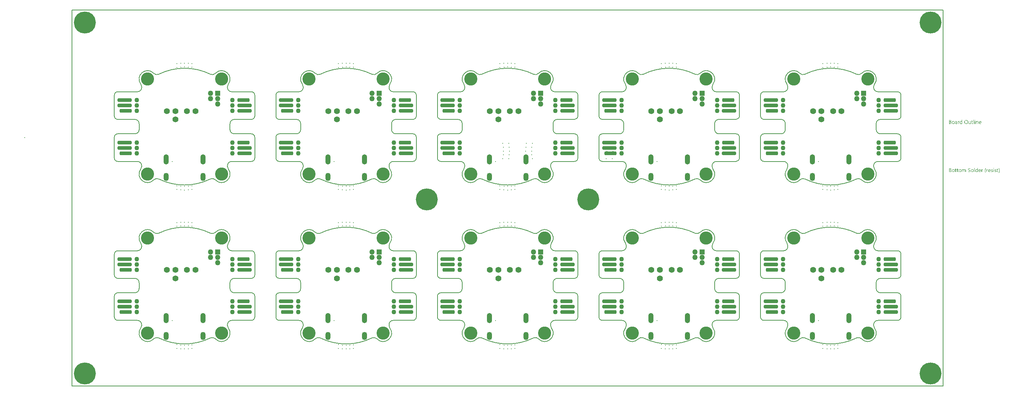
<source format=gbs>
G04*
G04 #@! TF.GenerationSoftware,Altium Limited,Altium Designer,21.8.1 (53)*
G04*
G04 Layer_Color=16711935*
%FSAX25Y25*%
%MOIN*%
G70*
G04*
G04 #@! TF.SameCoordinates,1F37B80F-4F8A-41ED-B193-F68951B3532E*
G04*
G04*
G04 #@! TF.FilePolarity,Negative*
G04*
G01*
G75*
%ADD33C,0.00787*%
G04:AMPARAMS|DCode=41|XSize=35.43mil|YSize=135.83mil|CornerRadius=13.82mil|HoleSize=0mil|Usage=FLASHONLY|Rotation=270.000|XOffset=0mil|YOffset=0mil|HoleType=Round|Shape=RoundedRectangle|*
%AMROUNDEDRECTD41*
21,1,0.03543,0.10819,0,0,270.0*
21,1,0.00780,0.13583,0,0,270.0*
1,1,0.02764,-0.05409,-0.00390*
1,1,0.02764,-0.05409,0.00390*
1,1,0.02764,0.05409,0.00390*
1,1,0.02764,0.05409,-0.00390*
%
%ADD41ROUNDEDRECTD41*%
G04:AMPARAMS|DCode=42|XSize=35.43mil|YSize=116.14mil|CornerRadius=13.82mil|HoleSize=0mil|Usage=FLASHONLY|Rotation=270.000|XOffset=0mil|YOffset=0mil|HoleType=Round|Shape=RoundedRectangle|*
%AMROUNDEDRECTD42*
21,1,0.03543,0.08850,0,0,270.0*
21,1,0.00780,0.11614,0,0,270.0*
1,1,0.02764,-0.04425,-0.00390*
1,1,0.02764,-0.04425,0.00390*
1,1,0.02764,0.04425,0.00390*
1,1,0.02764,0.04425,-0.00390*
%
%ADD42ROUNDEDRECTD42*%
%ADD44C,0.04331*%
%ADD69C,0.00800*%
%ADD70C,0.20485*%
%ADD71C,0.00591*%
%ADD72C,0.12205*%
G04:AMPARAMS|DCode=73|XSize=49.21mil|YSize=72.84mil|CornerRadius=22.44mil|HoleSize=0mil|Usage=FLASHONLY|Rotation=0.000|XOffset=0mil|YOffset=0mil|HoleType=Round|Shape=RoundedRectangle|*
%AMROUNDEDRECTD73*
21,1,0.04921,0.02795,0,0,0.0*
21,1,0.00433,0.07284,0,0,0.0*
1,1,0.04488,0.00217,-0.01398*
1,1,0.04488,-0.00217,-0.01398*
1,1,0.04488,-0.00217,0.01398*
1,1,0.04488,0.00217,0.01398*
%
%ADD73ROUNDEDRECTD73*%
G04:AMPARAMS|DCode=74|XSize=49.21mil|YSize=92.52mil|CornerRadius=22.44mil|HoleSize=0mil|Usage=FLASHONLY|Rotation=0.000|XOffset=0mil|YOffset=0mil|HoleType=Round|Shape=RoundedRectangle|*
%AMROUNDEDRECTD74*
21,1,0.04921,0.04764,0,0,0.0*
21,1,0.00433,0.09252,0,0,0.0*
1,1,0.04488,0.00217,-0.02382*
1,1,0.04488,-0.00217,-0.02382*
1,1,0.04488,-0.00217,0.02382*
1,1,0.04488,0.00217,0.02382*
%
%ADD74ROUNDEDRECTD74*%
G04:AMPARAMS|DCode=75|XSize=5.91mil|YSize=5.91mil|CornerRadius=0mil|HoleSize=0mil|Usage=FLASHONLY|Rotation=0.000|XOffset=0mil|YOffset=0mil|HoleType=Round|Shape=RoundedRectangle|*
%AMROUNDEDRECTD75*
21,1,0.00591,0.00591,0,0,0.0*
21,1,0.00591,0.00591,0,0,0.0*
1,1,0.00000,0.00295,-0.00295*
1,1,0.00000,-0.00295,-0.00295*
1,1,0.00000,-0.00295,0.00295*
1,1,0.00000,0.00295,0.00295*
%
%ADD75ROUNDEDRECTD75*%
%ADD76R,0.04961X0.04961*%
%ADD77C,0.04961*%
%ADD78C,0.05591*%
G36*
X0820961Y0228622D02*
X0820986D01*
X0821041Y0228597D01*
X0821072Y0228578D01*
X0821103Y0228554D01*
X0821110Y0228548D01*
X0821116Y0228541D01*
X0821147Y0228504D01*
X0821171Y0228442D01*
X0821178Y0228405D01*
X0821184Y0228368D01*
Y0228362D01*
Y0228349D01*
X0821178Y0228331D01*
X0821171Y0228306D01*
X0821153Y0228244D01*
X0821128Y0228213D01*
X0821103Y0228182D01*
X0821097D01*
X0821091Y0228170D01*
X0821054Y0228145D01*
X0820998Y0228120D01*
X0820961Y0228114D01*
X0820924Y0228108D01*
X0820905D01*
X0820887Y0228114D01*
X0820862D01*
X0820800Y0228139D01*
X0820769Y0228151D01*
X0820738Y0228176D01*
Y0228182D01*
X0820726Y0228188D01*
X0820714Y0228207D01*
X0820701Y0228226D01*
X0820676Y0228288D01*
X0820670Y0228325D01*
X0820664Y0228368D01*
Y0228374D01*
Y0228387D01*
X0820670Y0228405D01*
X0820676Y0228436D01*
X0820695Y0228492D01*
X0820714Y0228523D01*
X0820738Y0228554D01*
X0820744Y0228560D01*
X0820751Y0228566D01*
X0820788Y0228591D01*
X0820850Y0228616D01*
X0820887Y0228628D01*
X0820942D01*
X0820961Y0228622D01*
D02*
G37*
G36*
X0808971Y0224957D02*
X0808569D01*
Y0225378D01*
X0808556D01*
Y0225372D01*
X0808544Y0225360D01*
X0808525Y0225335D01*
X0808507Y0225304D01*
X0808476Y0225267D01*
X0808439Y0225230D01*
X0808395Y0225186D01*
X0808346Y0225143D01*
X0808290Y0225094D01*
X0808222Y0225050D01*
X0808154Y0225013D01*
X0808074Y0224976D01*
X0807993Y0224945D01*
X0807900Y0224920D01*
X0807801Y0224908D01*
X0807696Y0224902D01*
X0807652D01*
X0807615Y0224908D01*
X0807578Y0224914D01*
X0807529Y0224920D01*
X0807423Y0224945D01*
X0807300Y0224982D01*
X0807176Y0225044D01*
X0807108Y0225081D01*
X0807052Y0225124D01*
X0806990Y0225180D01*
X0806935Y0225236D01*
Y0225242D01*
X0806922Y0225254D01*
X0806910Y0225273D01*
X0806891Y0225298D01*
X0806873Y0225329D01*
X0806848Y0225372D01*
X0806823Y0225422D01*
X0806798Y0225477D01*
X0806767Y0225539D01*
X0806743Y0225607D01*
X0806718Y0225681D01*
X0806699Y0225762D01*
X0806681Y0225849D01*
X0806668Y0225948D01*
X0806662Y0226047D01*
X0806656Y0226152D01*
Y0226158D01*
Y0226177D01*
Y0226214D01*
X0806662Y0226257D01*
X0806668Y0226307D01*
X0806674Y0226369D01*
X0806681Y0226437D01*
X0806693Y0226511D01*
X0806730Y0226672D01*
X0806786Y0226839D01*
X0806823Y0226920D01*
X0806866Y0227000D01*
X0806910Y0227074D01*
X0806966Y0227149D01*
X0806972Y0227155D01*
X0806978Y0227167D01*
X0806996Y0227186D01*
X0807021Y0227210D01*
X0807052Y0227235D01*
X0807095Y0227266D01*
X0807139Y0227303D01*
X0807188Y0227341D01*
X0807312Y0227409D01*
X0807454Y0227470D01*
X0807535Y0227489D01*
X0807622Y0227508D01*
X0807708Y0227520D01*
X0807807Y0227526D01*
X0807857D01*
X0807894Y0227520D01*
X0807931Y0227514D01*
X0807981Y0227508D01*
X0808092Y0227477D01*
X0808216Y0227427D01*
X0808278Y0227396D01*
X0808340Y0227353D01*
X0808401Y0227309D01*
X0808457Y0227254D01*
X0808507Y0227192D01*
X0808556Y0227118D01*
X0808569D01*
Y0228678D01*
X0808971D01*
Y0224957D01*
D02*
G37*
G36*
X0823239Y0227520D02*
X0823313Y0227514D01*
X0823406Y0227495D01*
X0823505Y0227464D01*
X0823610Y0227415D01*
X0823716Y0227347D01*
X0823759Y0227309D01*
X0823802Y0227260D01*
X0823815Y0227248D01*
X0823839Y0227210D01*
X0823870Y0227149D01*
X0823914Y0227062D01*
X0823951Y0226957D01*
X0823988Y0226827D01*
X0824013Y0226672D01*
X0824019Y0226492D01*
Y0224957D01*
X0823617D01*
Y0226387D01*
Y0226393D01*
Y0226424D01*
X0823610Y0226462D01*
Y0226511D01*
X0823598Y0226573D01*
X0823586Y0226641D01*
X0823567Y0226715D01*
X0823542Y0226789D01*
X0823511Y0226864D01*
X0823474Y0226932D01*
X0823425Y0227000D01*
X0823369Y0227062D01*
X0823307Y0227111D01*
X0823227Y0227149D01*
X0823140Y0227180D01*
X0823035Y0227186D01*
X0823022D01*
X0822985Y0227180D01*
X0822929Y0227173D01*
X0822861Y0227155D01*
X0822781Y0227130D01*
X0822694Y0227087D01*
X0822614Y0227031D01*
X0822533Y0226957D01*
X0822527Y0226944D01*
X0822502Y0226920D01*
X0822471Y0226870D01*
X0822434Y0226802D01*
X0822397Y0226722D01*
X0822366Y0226622D01*
X0822341Y0226511D01*
X0822335Y0226387D01*
Y0224957D01*
X0821933D01*
Y0227470D01*
X0822335D01*
Y0227049D01*
X0822348D01*
X0822354Y0227056D01*
X0822360Y0227068D01*
X0822379Y0227093D01*
X0822403Y0227124D01*
X0822428Y0227161D01*
X0822465Y0227198D01*
X0822509Y0227241D01*
X0822558Y0227291D01*
X0822614Y0227334D01*
X0822676Y0227378D01*
X0822744Y0227415D01*
X0822818Y0227452D01*
X0822892Y0227483D01*
X0822979Y0227508D01*
X0823072Y0227520D01*
X0823171Y0227526D01*
X0823208D01*
X0823239Y0227520D01*
D02*
G37*
G36*
X0806241Y0227508D02*
X0806316Y0227501D01*
X0806359Y0227489D01*
X0806390Y0227477D01*
Y0227062D01*
X0806384Y0227068D01*
X0806371Y0227074D01*
X0806347Y0227087D01*
X0806316Y0227105D01*
X0806272Y0227118D01*
X0806217Y0227130D01*
X0806155Y0227136D01*
X0806087Y0227142D01*
X0806074D01*
X0806043Y0227136D01*
X0805994Y0227130D01*
X0805938Y0227111D01*
X0805864Y0227080D01*
X0805796Y0227037D01*
X0805721Y0226975D01*
X0805653Y0226895D01*
X0805647Y0226882D01*
X0805628Y0226851D01*
X0805597Y0226796D01*
X0805567Y0226722D01*
X0805536Y0226629D01*
X0805505Y0226511D01*
X0805486Y0226381D01*
X0805480Y0226232D01*
Y0224957D01*
X0805077D01*
Y0227470D01*
X0805480D01*
Y0226951D01*
X0805492D01*
Y0226957D01*
X0805498Y0226963D01*
X0805511Y0226994D01*
X0805529Y0227043D01*
X0805560Y0227105D01*
X0805591Y0227167D01*
X0805641Y0227235D01*
X0805690Y0227303D01*
X0805752Y0227365D01*
X0805758Y0227371D01*
X0805783Y0227390D01*
X0805820Y0227415D01*
X0805870Y0227439D01*
X0805925Y0227464D01*
X0805994Y0227489D01*
X0806068Y0227508D01*
X0806148Y0227514D01*
X0806204D01*
X0806241Y0227508D01*
D02*
G37*
G36*
X0816981Y0224957D02*
X0816578D01*
Y0225354D01*
X0816566D01*
Y0225347D01*
X0816554Y0225335D01*
X0816541Y0225310D01*
X0816517Y0225285D01*
X0816461Y0225211D01*
X0816374Y0225131D01*
X0816325Y0225087D01*
X0816269Y0225044D01*
X0816207Y0225007D01*
X0816133Y0224970D01*
X0816059Y0224945D01*
X0815978Y0224920D01*
X0815885Y0224908D01*
X0815792Y0224902D01*
X0815755D01*
X0815712Y0224908D01*
X0815650Y0224920D01*
X0815582Y0224933D01*
X0815508Y0224957D01*
X0815427Y0224988D01*
X0815347Y0225038D01*
X0815260Y0225094D01*
X0815180Y0225162D01*
X0815105Y0225248D01*
X0815037Y0225354D01*
X0814975Y0225471D01*
X0814932Y0225613D01*
X0814907Y0225781D01*
X0814895Y0225867D01*
Y0225966D01*
Y0227470D01*
X0815291D01*
Y0226028D01*
Y0226022D01*
Y0225997D01*
X0815297Y0225954D01*
X0815303Y0225904D01*
X0815310Y0225842D01*
X0815322Y0225781D01*
X0815341Y0225706D01*
X0815365Y0225632D01*
X0815402Y0225558D01*
X0815440Y0225490D01*
X0815489Y0225422D01*
X0815551Y0225360D01*
X0815619Y0225310D01*
X0815699Y0225273D01*
X0815799Y0225242D01*
X0815904Y0225236D01*
X0815916D01*
X0815953Y0225242D01*
X0816009Y0225248D01*
X0816071Y0225261D01*
X0816151Y0225292D01*
X0816232Y0225329D01*
X0816312Y0225378D01*
X0816387Y0225452D01*
X0816393Y0225465D01*
X0816418Y0225490D01*
X0816448Y0225539D01*
X0816486Y0225607D01*
X0816517Y0225688D01*
X0816548Y0225787D01*
X0816572Y0225898D01*
X0816578Y0226022D01*
Y0227470D01*
X0816981D01*
Y0224957D01*
D02*
G37*
G36*
X0821116D02*
X0820714D01*
Y0227470D01*
X0821116D01*
Y0224957D01*
D02*
G37*
G36*
X0819896D02*
X0819494D01*
Y0228678D01*
X0819896D01*
Y0224957D01*
D02*
G37*
G36*
X0803518Y0227520D02*
X0803573Y0227514D01*
X0803641Y0227495D01*
X0803716Y0227477D01*
X0803796Y0227446D01*
X0803883Y0227409D01*
X0803963Y0227359D01*
X0804044Y0227297D01*
X0804118Y0227223D01*
X0804186Y0227130D01*
X0804242Y0227025D01*
X0804285Y0226901D01*
X0804310Y0226759D01*
X0804322Y0226591D01*
Y0224957D01*
X0803920D01*
Y0225347D01*
X0803908D01*
Y0225341D01*
X0803895Y0225329D01*
X0803883Y0225304D01*
X0803858Y0225279D01*
X0803796Y0225205D01*
X0803716Y0225124D01*
X0803604Y0225044D01*
X0803474Y0224970D01*
X0803394Y0224945D01*
X0803313Y0224920D01*
X0803227Y0224908D01*
X0803134Y0224902D01*
X0803097D01*
X0803072Y0224908D01*
X0803004Y0224914D01*
X0802923Y0224926D01*
X0802824Y0224951D01*
X0802732Y0224982D01*
X0802633Y0225032D01*
X0802546Y0225094D01*
X0802540Y0225106D01*
X0802515Y0225131D01*
X0802478Y0225174D01*
X0802441Y0225236D01*
X0802403Y0225310D01*
X0802366Y0225397D01*
X0802341Y0225502D01*
X0802335Y0225620D01*
Y0225626D01*
Y0225651D01*
X0802341Y0225688D01*
X0802348Y0225731D01*
X0802360Y0225787D01*
X0802379Y0225849D01*
X0802403Y0225917D01*
X0802441Y0225985D01*
X0802484Y0226059D01*
X0802540Y0226133D01*
X0802608Y0226202D01*
X0802688Y0226263D01*
X0802781Y0226325D01*
X0802892Y0226375D01*
X0803016Y0226412D01*
X0803165Y0226443D01*
X0803920Y0226548D01*
Y0226554D01*
Y0226573D01*
X0803914Y0226610D01*
Y0226647D01*
X0803901Y0226697D01*
X0803895Y0226752D01*
X0803858Y0226870D01*
X0803827Y0226926D01*
X0803796Y0226981D01*
X0803753Y0227037D01*
X0803703Y0227087D01*
X0803641Y0227130D01*
X0803573Y0227161D01*
X0803493Y0227180D01*
X0803400Y0227186D01*
X0803357D01*
X0803326Y0227180D01*
X0803282D01*
X0803239Y0227167D01*
X0803128Y0227149D01*
X0803004Y0227111D01*
X0802868Y0227056D01*
X0802793Y0227019D01*
X0802725Y0226981D01*
X0802651Y0226932D01*
X0802583Y0226876D01*
Y0227291D01*
X0802589D01*
X0802602Y0227303D01*
X0802620Y0227316D01*
X0802651Y0227328D01*
X0802682Y0227347D01*
X0802725Y0227365D01*
X0802775Y0227384D01*
X0802831Y0227409D01*
X0802954Y0227452D01*
X0803103Y0227489D01*
X0803264Y0227514D01*
X0803437Y0227526D01*
X0803474D01*
X0803518Y0227520D01*
D02*
G37*
G36*
X0797829Y0228467D02*
X0797872D01*
X0797916Y0228461D01*
X0798015Y0228449D01*
X0798132Y0228417D01*
X0798256Y0228380D01*
X0798374Y0228325D01*
X0798479Y0228250D01*
X0798485D01*
X0798491Y0228238D01*
X0798522Y0228213D01*
X0798566Y0228164D01*
X0798615Y0228096D01*
X0798659Y0228009D01*
X0798702Y0227910D01*
X0798733Y0227799D01*
X0798745Y0227737D01*
Y0227668D01*
Y0227662D01*
Y0227656D01*
Y0227619D01*
X0798739Y0227563D01*
X0798727Y0227495D01*
X0798708Y0227409D01*
X0798677Y0227322D01*
X0798640Y0227235D01*
X0798584Y0227149D01*
X0798578Y0227136D01*
X0798553Y0227111D01*
X0798516Y0227074D01*
X0798467Y0227025D01*
X0798405Y0226975D01*
X0798330Y0226920D01*
X0798238Y0226876D01*
X0798139Y0226833D01*
Y0226827D01*
X0798157D01*
X0798176Y0226820D01*
X0798194Y0226814D01*
X0798262Y0226802D01*
X0798343Y0226777D01*
X0798429Y0226740D01*
X0798522Y0226697D01*
X0798615Y0226635D01*
X0798702Y0226554D01*
X0798714Y0226542D01*
X0798739Y0226511D01*
X0798770Y0226468D01*
X0798813Y0226400D01*
X0798850Y0226313D01*
X0798887Y0226214D01*
X0798912Y0226096D01*
X0798918Y0225966D01*
Y0225960D01*
Y0225948D01*
Y0225923D01*
X0798912Y0225892D01*
X0798906Y0225855D01*
X0798900Y0225812D01*
X0798875Y0225706D01*
X0798838Y0225589D01*
X0798782Y0225465D01*
X0798745Y0225409D01*
X0798702Y0225347D01*
X0798646Y0225292D01*
X0798590Y0225236D01*
X0798584D01*
X0798578Y0225223D01*
X0798559Y0225211D01*
X0798535Y0225192D01*
X0798504Y0225174D01*
X0798460Y0225149D01*
X0798368Y0225100D01*
X0798250Y0225044D01*
X0798114Y0225001D01*
X0797953Y0224970D01*
X0797872Y0224963D01*
X0797780Y0224957D01*
X0796752D01*
Y0228473D01*
X0797798D01*
X0797829Y0228467D01*
D02*
G37*
G36*
X0818324Y0227470D02*
X0818962D01*
Y0227124D01*
X0818324D01*
Y0225706D01*
Y0225694D01*
Y0225663D01*
X0818330Y0225620D01*
X0818336Y0225564D01*
X0818361Y0225446D01*
X0818380Y0225391D01*
X0818411Y0225347D01*
X0818417Y0225341D01*
X0818429Y0225329D01*
X0818448Y0225316D01*
X0818479Y0225298D01*
X0818516Y0225273D01*
X0818565Y0225261D01*
X0818627Y0225248D01*
X0818696Y0225242D01*
X0818720D01*
X0818751Y0225248D01*
X0818788Y0225254D01*
X0818875Y0225279D01*
X0818918Y0225298D01*
X0818962Y0225323D01*
Y0224976D01*
X0818956D01*
X0818937Y0224963D01*
X0818906Y0224957D01*
X0818863Y0224945D01*
X0818807Y0224933D01*
X0818745Y0224920D01*
X0818671Y0224914D01*
X0818584Y0224908D01*
X0818553D01*
X0818522Y0224914D01*
X0818479Y0224920D01*
X0818429Y0224933D01*
X0818374Y0224945D01*
X0818318Y0224970D01*
X0818256Y0225001D01*
X0818194Y0225038D01*
X0818132Y0225087D01*
X0818077Y0225143D01*
X0818027Y0225217D01*
X0817984Y0225298D01*
X0817953Y0225397D01*
X0817928Y0225508D01*
X0817922Y0225638D01*
Y0227124D01*
X0817495D01*
Y0227470D01*
X0817922D01*
Y0228083D01*
X0818324Y0228213D01*
Y0227470D01*
D02*
G37*
G36*
X0825851Y0227520D02*
X0825895Y0227514D01*
X0825938Y0227508D01*
X0826049Y0227489D01*
X0826173Y0227446D01*
X0826297Y0227390D01*
X0826359Y0227353D01*
X0826421Y0227309D01*
X0826476Y0227260D01*
X0826532Y0227204D01*
X0826538Y0227198D01*
X0826544Y0227192D01*
X0826557Y0227173D01*
X0826575Y0227149D01*
X0826594Y0227111D01*
X0826619Y0227074D01*
X0826643Y0227031D01*
X0826668Y0226975D01*
X0826693Y0226913D01*
X0826718Y0226851D01*
X0826742Y0226777D01*
X0826761Y0226697D01*
X0826780Y0226610D01*
X0826792Y0226523D01*
X0826804Y0226424D01*
Y0226319D01*
Y0226109D01*
X0825028D01*
Y0226102D01*
Y0226090D01*
Y0226072D01*
X0825034Y0226041D01*
X0825040Y0226003D01*
Y0225966D01*
X0825059Y0225867D01*
X0825090Y0225768D01*
X0825127Y0225657D01*
X0825183Y0225552D01*
X0825251Y0225459D01*
X0825263Y0225446D01*
X0825288Y0225422D01*
X0825337Y0225391D01*
X0825406Y0225347D01*
X0825492Y0225304D01*
X0825591Y0225273D01*
X0825709Y0225248D01*
X0825845Y0225236D01*
X0825888D01*
X0825919Y0225242D01*
X0825956D01*
X0826000Y0225248D01*
X0826105Y0225273D01*
X0826223Y0225304D01*
X0826353Y0225354D01*
X0826489Y0225422D01*
X0826557Y0225465D01*
X0826625Y0225514D01*
Y0225137D01*
X0826619D01*
X0826612Y0225124D01*
X0826594Y0225118D01*
X0826563Y0225100D01*
X0826532Y0225081D01*
X0826495Y0225062D01*
X0826445Y0225044D01*
X0826396Y0225019D01*
X0826334Y0224994D01*
X0826266Y0224976D01*
X0826117Y0224939D01*
X0825944Y0224914D01*
X0825752Y0224902D01*
X0825703D01*
X0825665Y0224908D01*
X0825622Y0224914D01*
X0825566Y0224920D01*
X0825449Y0224945D01*
X0825313Y0224982D01*
X0825176Y0225044D01*
X0825108Y0225087D01*
X0825040Y0225131D01*
X0824978Y0225180D01*
X0824916Y0225242D01*
X0824910Y0225248D01*
X0824904Y0225261D01*
X0824892Y0225279D01*
X0824867Y0225304D01*
X0824848Y0225341D01*
X0824824Y0225384D01*
X0824793Y0225434D01*
X0824768Y0225490D01*
X0824737Y0225552D01*
X0824712Y0225626D01*
X0824681Y0225706D01*
X0824663Y0225793D01*
X0824644Y0225886D01*
X0824625Y0225985D01*
X0824619Y0226090D01*
X0824613Y0226202D01*
Y0226208D01*
Y0226226D01*
Y0226257D01*
X0824619Y0226301D01*
X0824625Y0226350D01*
X0824632Y0226406D01*
X0824638Y0226474D01*
X0824656Y0226542D01*
X0824694Y0226691D01*
X0824749Y0226851D01*
X0824786Y0226932D01*
X0824836Y0227006D01*
X0824885Y0227087D01*
X0824941Y0227155D01*
X0824947Y0227161D01*
X0824960Y0227173D01*
X0824978Y0227192D01*
X0825003Y0227210D01*
X0825034Y0227241D01*
X0825071Y0227272D01*
X0825121Y0227303D01*
X0825170Y0227341D01*
X0825288Y0227409D01*
X0825430Y0227470D01*
X0825511Y0227489D01*
X0825591Y0227508D01*
X0825678Y0227520D01*
X0825771Y0227526D01*
X0825820D01*
X0825851Y0227520D01*
D02*
G37*
G36*
X0812809Y0228529D02*
X0812871Y0228523D01*
X0812945Y0228510D01*
X0813025Y0228492D01*
X0813112Y0228473D01*
X0813199Y0228449D01*
X0813298Y0228417D01*
X0813391Y0228374D01*
X0813490Y0228325D01*
X0813589Y0228269D01*
X0813682Y0228201D01*
X0813774Y0228127D01*
X0813861Y0228040D01*
X0813867Y0228034D01*
X0813880Y0228015D01*
X0813904Y0227990D01*
X0813929Y0227953D01*
X0813966Y0227904D01*
X0814003Y0227842D01*
X0814041Y0227774D01*
X0814084Y0227699D01*
X0814127Y0227607D01*
X0814164Y0227514D01*
X0814202Y0227409D01*
X0814239Y0227291D01*
X0814264Y0227173D01*
X0814288Y0227043D01*
X0814301Y0226901D01*
X0814307Y0226759D01*
Y0226746D01*
Y0226722D01*
Y0226678D01*
X0814301Y0226616D01*
X0814294Y0226542D01*
X0814282Y0226462D01*
X0814270Y0226369D01*
X0814251Y0226263D01*
X0814226Y0226158D01*
X0814195Y0226047D01*
X0814158Y0225935D01*
X0814115Y0225824D01*
X0814059Y0225706D01*
X0813997Y0225601D01*
X0813929Y0225496D01*
X0813849Y0225397D01*
X0813843Y0225391D01*
X0813830Y0225378D01*
X0813799Y0225354D01*
X0813768Y0225323D01*
X0813719Y0225279D01*
X0813663Y0225242D01*
X0813601Y0225192D01*
X0813527Y0225149D01*
X0813446Y0225106D01*
X0813354Y0225056D01*
X0813255Y0225019D01*
X0813143Y0224982D01*
X0813025Y0224945D01*
X0812902Y0224920D01*
X0812772Y0224908D01*
X0812629Y0224902D01*
X0812598D01*
X0812555Y0224908D01*
X0812506D01*
X0812444Y0224914D01*
X0812369Y0224926D01*
X0812289Y0224945D01*
X0812196Y0224963D01*
X0812103Y0224988D01*
X0812004Y0225019D01*
X0811905Y0225062D01*
X0811806Y0225106D01*
X0811707Y0225162D01*
X0811608Y0225230D01*
X0811515Y0225304D01*
X0811428Y0225391D01*
X0811422Y0225397D01*
X0811410Y0225415D01*
X0811385Y0225440D01*
X0811360Y0225477D01*
X0811323Y0225527D01*
X0811286Y0225589D01*
X0811249Y0225657D01*
X0811206Y0225737D01*
X0811162Y0225824D01*
X0811125Y0225917D01*
X0811088Y0226022D01*
X0811051Y0226140D01*
X0811026Y0226257D01*
X0811001Y0226387D01*
X0810989Y0226530D01*
X0810983Y0226672D01*
Y0226684D01*
Y0226709D01*
X0810989Y0226752D01*
Y0226814D01*
X0810995Y0226882D01*
X0811007Y0226969D01*
X0811020Y0227062D01*
X0811038Y0227161D01*
X0811063Y0227266D01*
X0811094Y0227378D01*
X0811131Y0227489D01*
X0811175Y0227600D01*
X0811230Y0227712D01*
X0811292Y0227823D01*
X0811360Y0227928D01*
X0811441Y0228028D01*
X0811447Y0228034D01*
X0811459Y0228052D01*
X0811490Y0228077D01*
X0811528Y0228108D01*
X0811571Y0228145D01*
X0811627Y0228188D01*
X0811695Y0228232D01*
X0811769Y0228281D01*
X0811856Y0228331D01*
X0811948Y0228374D01*
X0812047Y0228417D01*
X0812159Y0228455D01*
X0812283Y0228486D01*
X0812413Y0228517D01*
X0812549Y0228529D01*
X0812691Y0228535D01*
X0812759D01*
X0812809Y0228529D01*
D02*
G37*
G36*
X0800782Y0227520D02*
X0800825Y0227514D01*
X0800881Y0227508D01*
X0801005Y0227483D01*
X0801147Y0227439D01*
X0801289Y0227378D01*
X0801363Y0227341D01*
X0801432Y0227297D01*
X0801500Y0227241D01*
X0801562Y0227180D01*
X0801568Y0227173D01*
X0801574Y0227161D01*
X0801593Y0227142D01*
X0801611Y0227118D01*
X0801636Y0227080D01*
X0801661Y0227037D01*
X0801692Y0226988D01*
X0801723Y0226932D01*
X0801747Y0226864D01*
X0801778Y0226796D01*
X0801803Y0226715D01*
X0801828Y0226629D01*
X0801846Y0226536D01*
X0801865Y0226437D01*
X0801871Y0226331D01*
X0801877Y0226220D01*
Y0226214D01*
Y0226195D01*
Y0226164D01*
X0801871Y0226121D01*
X0801865Y0226072D01*
X0801859Y0226010D01*
X0801846Y0225948D01*
X0801834Y0225873D01*
X0801797Y0225725D01*
X0801735Y0225564D01*
X0801698Y0225483D01*
X0801648Y0225403D01*
X0801599Y0225329D01*
X0801537Y0225261D01*
X0801531Y0225254D01*
X0801518Y0225248D01*
X0801500Y0225230D01*
X0801475Y0225205D01*
X0801438Y0225180D01*
X0801401Y0225149D01*
X0801351Y0225112D01*
X0801295Y0225081D01*
X0801233Y0225050D01*
X0801165Y0225013D01*
X0801091Y0224982D01*
X0801011Y0224957D01*
X0800924Y0224933D01*
X0800831Y0224920D01*
X0800732Y0224908D01*
X0800627Y0224902D01*
X0800571D01*
X0800534Y0224908D01*
X0800491Y0224914D01*
X0800435Y0224920D01*
X0800373Y0224933D01*
X0800305Y0224945D01*
X0800163Y0224988D01*
X0800014Y0225050D01*
X0799940Y0225087D01*
X0799872Y0225137D01*
X0799804Y0225186D01*
X0799735Y0225248D01*
X0799729Y0225254D01*
X0799723Y0225267D01*
X0799705Y0225285D01*
X0799686Y0225310D01*
X0799661Y0225347D01*
X0799630Y0225391D01*
X0799599Y0225440D01*
X0799575Y0225496D01*
X0799544Y0225564D01*
X0799513Y0225632D01*
X0799482Y0225706D01*
X0799457Y0225793D01*
X0799420Y0225979D01*
X0799414Y0226078D01*
X0799407Y0226183D01*
Y0226189D01*
Y0226214D01*
Y0226245D01*
X0799414Y0226288D01*
X0799420Y0226338D01*
X0799426Y0226400D01*
X0799438Y0226468D01*
X0799451Y0226542D01*
X0799488Y0226703D01*
X0799550Y0226864D01*
X0799593Y0226944D01*
X0799637Y0227025D01*
X0799686Y0227099D01*
X0799748Y0227167D01*
X0799754Y0227173D01*
X0799766Y0227186D01*
X0799785Y0227198D01*
X0799810Y0227223D01*
X0799847Y0227248D01*
X0799890Y0227278D01*
X0799940Y0227316D01*
X0799996Y0227347D01*
X0800057Y0227378D01*
X0800132Y0227415D01*
X0800206Y0227446D01*
X0800293Y0227470D01*
X0800379Y0227495D01*
X0800478Y0227514D01*
X0800584Y0227520D01*
X0800689Y0227526D01*
X0800745D01*
X0800782Y0227520D01*
D02*
G37*
G36*
X0838392Y0183695D02*
X0838417D01*
X0838473Y0183670D01*
X0838503Y0183652D01*
X0838535Y0183627D01*
X0838541Y0183621D01*
X0838547Y0183615D01*
X0838578Y0183578D01*
X0838603Y0183516D01*
X0838609Y0183479D01*
X0838615Y0183441D01*
Y0183435D01*
Y0183423D01*
X0838609Y0183404D01*
X0838603Y0183380D01*
X0838584Y0183318D01*
X0838559Y0183287D01*
X0838535Y0183256D01*
X0838528D01*
X0838522Y0183243D01*
X0838485Y0183219D01*
X0838429Y0183194D01*
X0838392Y0183188D01*
X0838355Y0183182D01*
X0838336D01*
X0838318Y0183188D01*
X0838293D01*
X0838231Y0183212D01*
X0838200Y0183225D01*
X0838169Y0183250D01*
Y0183256D01*
X0838157Y0183262D01*
X0838144Y0183281D01*
X0838132Y0183299D01*
X0838107Y0183361D01*
X0838101Y0183398D01*
X0838095Y0183441D01*
Y0183448D01*
Y0183460D01*
X0838101Y0183479D01*
X0838107Y0183510D01*
X0838126Y0183565D01*
X0838144Y0183596D01*
X0838169Y0183627D01*
X0838175Y0183633D01*
X0838182Y0183640D01*
X0838219Y0183664D01*
X0838281Y0183689D01*
X0838318Y0183702D01*
X0838373D01*
X0838392Y0183695D01*
D02*
G37*
G36*
X0815823Y0183602D02*
X0815873D01*
X0815984Y0183590D01*
X0816108Y0183578D01*
X0816232Y0183553D01*
X0816350Y0183522D01*
X0816399Y0183503D01*
X0816448Y0183479D01*
Y0183014D01*
X0816442D01*
X0816436Y0183027D01*
X0816418Y0183033D01*
X0816393Y0183052D01*
X0816362Y0183064D01*
X0816325Y0183082D01*
X0816232Y0183126D01*
X0816121Y0183163D01*
X0815984Y0183200D01*
X0815823Y0183225D01*
X0815650Y0183231D01*
X0815600D01*
X0815563Y0183225D01*
X0815526D01*
X0815477Y0183219D01*
X0815378Y0183200D01*
X0815372D01*
X0815353Y0183194D01*
X0815328Y0183188D01*
X0815297Y0183182D01*
X0815223Y0183151D01*
X0815136Y0183113D01*
X0815130D01*
X0815118Y0183101D01*
X0815099Y0183089D01*
X0815074Y0183070D01*
X0815019Y0183014D01*
X0814963Y0182946D01*
Y0182940D01*
X0814951Y0182928D01*
X0814944Y0182909D01*
X0814932Y0182878D01*
X0814920Y0182841D01*
X0814913Y0182804D01*
X0814901Y0182705D01*
Y0182699D01*
Y0182680D01*
Y0182655D01*
X0814907Y0182624D01*
X0814920Y0182550D01*
X0814951Y0182470D01*
Y0182464D01*
X0814963Y0182451D01*
X0814969Y0182432D01*
X0814988Y0182408D01*
X0815037Y0182352D01*
X0815099Y0182290D01*
X0815105Y0182284D01*
X0815118Y0182278D01*
X0815136Y0182259D01*
X0815167Y0182241D01*
X0815204Y0182216D01*
X0815242Y0182191D01*
X0815341Y0182129D01*
X0815347Y0182123D01*
X0815365Y0182117D01*
X0815396Y0182098D01*
X0815433Y0182080D01*
X0815483Y0182055D01*
X0815539Y0182030D01*
X0815662Y0181968D01*
X0815669Y0181962D01*
X0815693Y0181950D01*
X0815730Y0181931D01*
X0815780Y0181906D01*
X0815836Y0181882D01*
X0815898Y0181844D01*
X0816021Y0181770D01*
X0816028Y0181764D01*
X0816052Y0181752D01*
X0816083Y0181733D01*
X0816127Y0181702D01*
X0816220Y0181628D01*
X0816319Y0181541D01*
X0816325Y0181535D01*
X0816343Y0181523D01*
X0816362Y0181492D01*
X0816393Y0181461D01*
X0816424Y0181417D01*
X0816461Y0181374D01*
X0816523Y0181263D01*
X0816529Y0181256D01*
X0816535Y0181238D01*
X0816548Y0181207D01*
X0816560Y0181164D01*
X0816572Y0181114D01*
X0816585Y0181052D01*
X0816597Y0180990D01*
Y0180916D01*
Y0180904D01*
Y0180873D01*
X0816591Y0180823D01*
X0816585Y0180761D01*
X0816572Y0180693D01*
X0816554Y0180619D01*
X0816529Y0180545D01*
X0816492Y0180476D01*
X0816486Y0180470D01*
X0816473Y0180446D01*
X0816448Y0180415D01*
X0816424Y0180371D01*
X0816381Y0180328D01*
X0816337Y0180278D01*
X0816281Y0180229D01*
X0816220Y0180179D01*
X0816213Y0180173D01*
X0816189Y0180161D01*
X0816151Y0180142D01*
X0816102Y0180117D01*
X0816046Y0180093D01*
X0815978Y0180068D01*
X0815898Y0180043D01*
X0815817Y0180025D01*
X0815805D01*
X0815780Y0180018D01*
X0815737Y0180012D01*
X0815675Y0180000D01*
X0815607Y0179994D01*
X0815526Y0179981D01*
X0815440Y0179975D01*
X0815291D01*
X0815223Y0179981D01*
X0815136Y0179988D01*
X0815118D01*
X0815093Y0179994D01*
X0815062Y0180000D01*
X0814981Y0180006D01*
X0814889Y0180025D01*
X0814882D01*
X0814864Y0180031D01*
X0814839Y0180037D01*
X0814808Y0180043D01*
X0814734Y0180062D01*
X0814647Y0180087D01*
X0814641D01*
X0814629Y0180093D01*
X0814610Y0180099D01*
X0814585Y0180111D01*
X0814523Y0180136D01*
X0814462Y0180173D01*
Y0180656D01*
X0814468Y0180650D01*
X0814480Y0180644D01*
X0814493Y0180631D01*
X0814517Y0180613D01*
X0814585Y0180569D01*
X0814666Y0180520D01*
X0814672D01*
X0814684Y0180514D01*
X0814709Y0180501D01*
X0814740Y0180489D01*
X0814821Y0180452D01*
X0814907Y0180421D01*
X0814913D01*
X0814932Y0180415D01*
X0814957Y0180408D01*
X0814988Y0180402D01*
X0815074Y0180377D01*
X0815167Y0180359D01*
X0815192D01*
X0815217Y0180353D01*
X0815248D01*
X0815322Y0180347D01*
X0815409Y0180340D01*
X0815471D01*
X0815539Y0180347D01*
X0815625Y0180359D01*
X0815718Y0180371D01*
X0815811Y0180396D01*
X0815898Y0180433D01*
X0815978Y0180476D01*
X0815984Y0180483D01*
X0816009Y0180501D01*
X0816040Y0180538D01*
X0816071Y0180582D01*
X0816108Y0180637D01*
X0816133Y0180712D01*
X0816158Y0180792D01*
X0816164Y0180885D01*
Y0180891D01*
Y0180910D01*
Y0180935D01*
X0816158Y0180972D01*
X0816139Y0181052D01*
X0816102Y0181133D01*
Y0181139D01*
X0816090Y0181151D01*
X0816077Y0181170D01*
X0816059Y0181194D01*
X0816003Y0181256D01*
X0815929Y0181325D01*
X0815922Y0181331D01*
X0815910Y0181343D01*
X0815885Y0181356D01*
X0815854Y0181380D01*
X0815817Y0181405D01*
X0815774Y0181436D01*
X0815669Y0181492D01*
X0815662Y0181498D01*
X0815644Y0181504D01*
X0815613Y0181523D01*
X0815570Y0181541D01*
X0815526Y0181572D01*
X0815471Y0181597D01*
X0815341Y0181665D01*
X0815334Y0181671D01*
X0815310Y0181684D01*
X0815272Y0181702D01*
X0815229Y0181721D01*
X0815180Y0181752D01*
X0815124Y0181783D01*
X0815000Y0181851D01*
X0814994Y0181857D01*
X0814975Y0181869D01*
X0814944Y0181888D01*
X0814907Y0181913D01*
X0814814Y0181981D01*
X0814721Y0182061D01*
X0814715Y0182067D01*
X0814703Y0182080D01*
X0814678Y0182104D01*
X0814653Y0182135D01*
X0814622Y0182179D01*
X0814592Y0182222D01*
X0814536Y0182321D01*
Y0182327D01*
X0814523Y0182346D01*
X0814517Y0182377D01*
X0814505Y0182420D01*
X0814493Y0182470D01*
X0814480Y0182532D01*
X0814474Y0182594D01*
X0814468Y0182668D01*
Y0182680D01*
Y0182711D01*
X0814474Y0182754D01*
X0814480Y0182810D01*
X0814493Y0182878D01*
X0814511Y0182946D01*
X0814536Y0183014D01*
X0814573Y0183082D01*
X0814579Y0183089D01*
X0814592Y0183113D01*
X0814616Y0183144D01*
X0814647Y0183188D01*
X0814684Y0183231D01*
X0814734Y0183281D01*
X0814790Y0183330D01*
X0814851Y0183373D01*
X0814858Y0183380D01*
X0814882Y0183392D01*
X0814920Y0183417D01*
X0814963Y0183441D01*
X0815025Y0183466D01*
X0815087Y0183497D01*
X0815161Y0183522D01*
X0815242Y0183547D01*
X0815254D01*
X0815279Y0183559D01*
X0815322Y0183565D01*
X0815384Y0183578D01*
X0815452Y0183590D01*
X0815526Y0183596D01*
X0815693Y0183609D01*
X0815780D01*
X0815823Y0183602D01*
D02*
G37*
G36*
X0823555Y0180031D02*
X0823152D01*
Y0180452D01*
X0823140D01*
Y0180446D01*
X0823127Y0180433D01*
X0823109Y0180408D01*
X0823090Y0180377D01*
X0823059Y0180340D01*
X0823022Y0180303D01*
X0822979Y0180260D01*
X0822929Y0180217D01*
X0822874Y0180167D01*
X0822806Y0180124D01*
X0822738Y0180087D01*
X0822657Y0180049D01*
X0822577Y0180018D01*
X0822484Y0179994D01*
X0822385Y0179981D01*
X0822279Y0179975D01*
X0822236D01*
X0822199Y0179981D01*
X0822162Y0179988D01*
X0822112Y0179994D01*
X0822007Y0180018D01*
X0821883Y0180056D01*
X0821760Y0180117D01*
X0821692Y0180155D01*
X0821636Y0180198D01*
X0821574Y0180254D01*
X0821518Y0180309D01*
Y0180315D01*
X0821506Y0180328D01*
X0821493Y0180347D01*
X0821475Y0180371D01*
X0821456Y0180402D01*
X0821432Y0180446D01*
X0821407Y0180495D01*
X0821382Y0180551D01*
X0821351Y0180613D01*
X0821326Y0180681D01*
X0821301Y0180755D01*
X0821283Y0180835D01*
X0821264Y0180922D01*
X0821252Y0181021D01*
X0821246Y0181120D01*
X0821240Y0181226D01*
Y0181232D01*
Y0181250D01*
Y0181287D01*
X0821246Y0181331D01*
X0821252Y0181380D01*
X0821258Y0181442D01*
X0821264Y0181510D01*
X0821277Y0181585D01*
X0821314Y0181745D01*
X0821370Y0181913D01*
X0821407Y0181993D01*
X0821450Y0182073D01*
X0821493Y0182148D01*
X0821549Y0182222D01*
X0821555Y0182228D01*
X0821562Y0182241D01*
X0821580Y0182259D01*
X0821605Y0182284D01*
X0821636Y0182309D01*
X0821679Y0182340D01*
X0821722Y0182377D01*
X0821772Y0182414D01*
X0821896Y0182482D01*
X0822038Y0182544D01*
X0822119Y0182562D01*
X0822205Y0182581D01*
X0822292Y0182594D01*
X0822391Y0182600D01*
X0822441D01*
X0822478Y0182594D01*
X0822515Y0182587D01*
X0822564Y0182581D01*
X0822676Y0182550D01*
X0822799Y0182501D01*
X0822861Y0182470D01*
X0822923Y0182426D01*
X0822985Y0182383D01*
X0823041Y0182327D01*
X0823090Y0182265D01*
X0823140Y0182191D01*
X0823152D01*
Y0183751D01*
X0823555D01*
Y0180031D01*
D02*
G37*
G36*
X0840299Y0182594D02*
X0840379Y0182587D01*
X0840466Y0182575D01*
X0840565Y0182550D01*
X0840664Y0182525D01*
X0840763Y0182488D01*
Y0182080D01*
X0840751Y0182086D01*
X0840713Y0182111D01*
X0840658Y0182135D01*
X0840583Y0182173D01*
X0840491Y0182203D01*
X0840379Y0182234D01*
X0840255Y0182253D01*
X0840125Y0182259D01*
X0840057D01*
X0839995Y0182247D01*
X0839921Y0182234D01*
X0839915D01*
X0839909Y0182228D01*
X0839872Y0182216D01*
X0839822Y0182191D01*
X0839766Y0182160D01*
X0839754Y0182154D01*
X0839729Y0182129D01*
X0839698Y0182092D01*
X0839667Y0182049D01*
X0839661Y0182036D01*
X0839649Y0182005D01*
X0839636Y0181962D01*
X0839630Y0181906D01*
Y0181900D01*
Y0181888D01*
Y0181869D01*
X0839636Y0181851D01*
X0839649Y0181795D01*
X0839667Y0181739D01*
X0839673Y0181727D01*
X0839692Y0181702D01*
X0839729Y0181665D01*
X0839773Y0181622D01*
X0839779D01*
X0839785Y0181615D01*
X0839822Y0181591D01*
X0839872Y0181560D01*
X0839940Y0181529D01*
X0839946D01*
X0839958Y0181523D01*
X0839977Y0181516D01*
X0840008Y0181504D01*
X0840076Y0181479D01*
X0840162Y0181442D01*
X0840169D01*
X0840193Y0181430D01*
X0840224Y0181417D01*
X0840261Y0181405D01*
X0840361Y0181362D01*
X0840460Y0181312D01*
X0840466D01*
X0840484Y0181300D01*
X0840509Y0181287D01*
X0840540Y0181269D01*
X0840614Y0181219D01*
X0840689Y0181157D01*
X0840695Y0181151D01*
X0840707Y0181145D01*
X0840720Y0181126D01*
X0840744Y0181102D01*
X0840788Y0181040D01*
X0840831Y0180959D01*
Y0180953D01*
X0840837Y0180941D01*
X0840849Y0180916D01*
X0840856Y0180885D01*
X0840868Y0180848D01*
X0840874Y0180805D01*
X0840880Y0180699D01*
Y0180693D01*
Y0180668D01*
X0840874Y0180631D01*
X0840868Y0180588D01*
X0840862Y0180538D01*
X0840843Y0180483D01*
X0840825Y0180433D01*
X0840794Y0180377D01*
X0840788Y0180371D01*
X0840781Y0180353D01*
X0840763Y0180328D01*
X0840738Y0180297D01*
X0840707Y0180260D01*
X0840670Y0180223D01*
X0840577Y0180148D01*
X0840571Y0180142D01*
X0840552Y0180136D01*
X0840528Y0180117D01*
X0840484Y0180099D01*
X0840441Y0180074D01*
X0840385Y0180056D01*
X0840330Y0180037D01*
X0840261Y0180018D01*
X0840255D01*
X0840230Y0180012D01*
X0840193Y0180006D01*
X0840150Y0180000D01*
X0840088Y0179988D01*
X0840026Y0179981D01*
X0839884Y0179975D01*
X0839822D01*
X0839748Y0179981D01*
X0839655Y0179994D01*
X0839550Y0180012D01*
X0839438Y0180037D01*
X0839327Y0180068D01*
X0839215Y0180117D01*
Y0180551D01*
X0839222D01*
X0839228Y0180538D01*
X0839246Y0180526D01*
X0839271Y0180514D01*
X0839339Y0180476D01*
X0839432Y0180433D01*
X0839537Y0180384D01*
X0839661Y0180347D01*
X0839797Y0180322D01*
X0839940Y0180309D01*
X0839989D01*
X0840020Y0180315D01*
X0840107Y0180328D01*
X0840206Y0180353D01*
X0840299Y0180396D01*
X0840342Y0180427D01*
X0840385Y0180458D01*
X0840416Y0180501D01*
X0840441Y0180545D01*
X0840460Y0180600D01*
X0840466Y0180662D01*
Y0180668D01*
Y0180681D01*
Y0180699D01*
X0840460Y0180718D01*
X0840447Y0180774D01*
X0840422Y0180829D01*
Y0180835D01*
X0840416Y0180842D01*
X0840392Y0180873D01*
X0840354Y0180916D01*
X0840299Y0180953D01*
X0840292D01*
X0840286Y0180965D01*
X0840249Y0180984D01*
X0840193Y0181021D01*
X0840119Y0181052D01*
X0840113D01*
X0840100Y0181058D01*
X0840082Y0181071D01*
X0840051Y0181083D01*
X0839983Y0181108D01*
X0839896Y0181145D01*
X0839890D01*
X0839865Y0181157D01*
X0839834Y0181170D01*
X0839797Y0181182D01*
X0839698Y0181226D01*
X0839599Y0181275D01*
X0839593Y0181281D01*
X0839581Y0181287D01*
X0839556Y0181300D01*
X0839525Y0181318D01*
X0839457Y0181368D01*
X0839389Y0181424D01*
X0839382Y0181430D01*
X0839376Y0181436D01*
X0839358Y0181455D01*
X0839339Y0181479D01*
X0839296Y0181541D01*
X0839259Y0181615D01*
Y0181622D01*
X0839252Y0181634D01*
X0839246Y0181659D01*
X0839240Y0181690D01*
X0839234Y0181727D01*
X0839228Y0181770D01*
X0839222Y0181875D01*
Y0181882D01*
Y0181906D01*
X0839228Y0181937D01*
X0839234Y0181981D01*
X0839240Y0182030D01*
X0839259Y0182080D01*
X0839277Y0182135D01*
X0839302Y0182185D01*
X0839308Y0182191D01*
X0839314Y0182210D01*
X0839333Y0182234D01*
X0839358Y0182265D01*
X0839426Y0182340D01*
X0839513Y0182414D01*
X0839519Y0182420D01*
X0839537Y0182426D01*
X0839562Y0182445D01*
X0839605Y0182464D01*
X0839649Y0182488D01*
X0839698Y0182513D01*
X0839822Y0182550D01*
X0839828D01*
X0839853Y0182556D01*
X0839884Y0182569D01*
X0839933Y0182575D01*
X0839983Y0182587D01*
X0840045Y0182594D01*
X0840181Y0182600D01*
X0840237D01*
X0840299Y0182594D01*
D02*
G37*
G36*
X0836944D02*
X0837024Y0182587D01*
X0837111Y0182575D01*
X0837210Y0182550D01*
X0837309Y0182525D01*
X0837408Y0182488D01*
Y0182080D01*
X0837395Y0182086D01*
X0837358Y0182111D01*
X0837303Y0182135D01*
X0837228Y0182173D01*
X0837136Y0182203D01*
X0837024Y0182234D01*
X0836900Y0182253D01*
X0836770Y0182259D01*
X0836702D01*
X0836640Y0182247D01*
X0836566Y0182234D01*
X0836560D01*
X0836554Y0182228D01*
X0836516Y0182216D01*
X0836467Y0182191D01*
X0836411Y0182160D01*
X0836399Y0182154D01*
X0836374Y0182129D01*
X0836343Y0182092D01*
X0836312Y0182049D01*
X0836306Y0182036D01*
X0836294Y0182005D01*
X0836281Y0181962D01*
X0836275Y0181906D01*
Y0181900D01*
Y0181888D01*
Y0181869D01*
X0836281Y0181851D01*
X0836294Y0181795D01*
X0836312Y0181739D01*
X0836318Y0181727D01*
X0836337Y0181702D01*
X0836374Y0181665D01*
X0836417Y0181622D01*
X0836424D01*
X0836430Y0181615D01*
X0836467Y0181591D01*
X0836516Y0181560D01*
X0836585Y0181529D01*
X0836591D01*
X0836603Y0181523D01*
X0836622Y0181516D01*
X0836653Y0181504D01*
X0836721Y0181479D01*
X0836808Y0181442D01*
X0836814D01*
X0836838Y0181430D01*
X0836869Y0181417D01*
X0836907Y0181405D01*
X0837006Y0181362D01*
X0837105Y0181312D01*
X0837111D01*
X0837129Y0181300D01*
X0837154Y0181287D01*
X0837185Y0181269D01*
X0837259Y0181219D01*
X0837334Y0181157D01*
X0837340Y0181151D01*
X0837352Y0181145D01*
X0837365Y0181126D01*
X0837389Y0181102D01*
X0837433Y0181040D01*
X0837476Y0180959D01*
Y0180953D01*
X0837482Y0180941D01*
X0837494Y0180916D01*
X0837501Y0180885D01*
X0837513Y0180848D01*
X0837519Y0180805D01*
X0837525Y0180699D01*
Y0180693D01*
Y0180668D01*
X0837519Y0180631D01*
X0837513Y0180588D01*
X0837507Y0180538D01*
X0837488Y0180483D01*
X0837470Y0180433D01*
X0837439Y0180377D01*
X0837433Y0180371D01*
X0837426Y0180353D01*
X0837408Y0180328D01*
X0837383Y0180297D01*
X0837352Y0180260D01*
X0837315Y0180223D01*
X0837222Y0180148D01*
X0837216Y0180142D01*
X0837197Y0180136D01*
X0837173Y0180117D01*
X0837129Y0180099D01*
X0837086Y0180074D01*
X0837030Y0180056D01*
X0836975Y0180037D01*
X0836907Y0180018D01*
X0836900D01*
X0836876Y0180012D01*
X0836838Y0180006D01*
X0836795Y0180000D01*
X0836733Y0179988D01*
X0836671Y0179981D01*
X0836529Y0179975D01*
X0836467D01*
X0836393Y0179981D01*
X0836300Y0179994D01*
X0836195Y0180012D01*
X0836083Y0180037D01*
X0835972Y0180068D01*
X0835860Y0180117D01*
Y0180551D01*
X0835867D01*
X0835873Y0180538D01*
X0835891Y0180526D01*
X0835916Y0180514D01*
X0835984Y0180476D01*
X0836077Y0180433D01*
X0836182Y0180384D01*
X0836306Y0180347D01*
X0836442Y0180322D01*
X0836585Y0180309D01*
X0836634D01*
X0836665Y0180315D01*
X0836752Y0180328D01*
X0836851Y0180353D01*
X0836944Y0180396D01*
X0836987Y0180427D01*
X0837030Y0180458D01*
X0837061Y0180501D01*
X0837086Y0180545D01*
X0837105Y0180600D01*
X0837111Y0180662D01*
Y0180668D01*
Y0180681D01*
Y0180699D01*
X0837105Y0180718D01*
X0837092Y0180774D01*
X0837067Y0180829D01*
Y0180835D01*
X0837061Y0180842D01*
X0837037Y0180873D01*
X0836999Y0180916D01*
X0836944Y0180953D01*
X0836937D01*
X0836931Y0180965D01*
X0836894Y0180984D01*
X0836838Y0181021D01*
X0836764Y0181052D01*
X0836758D01*
X0836746Y0181058D01*
X0836727Y0181071D01*
X0836696Y0181083D01*
X0836628Y0181108D01*
X0836541Y0181145D01*
X0836535D01*
X0836510Y0181157D01*
X0836479Y0181170D01*
X0836442Y0181182D01*
X0836343Y0181226D01*
X0836244Y0181275D01*
X0836238Y0181281D01*
X0836226Y0181287D01*
X0836201Y0181300D01*
X0836170Y0181318D01*
X0836102Y0181368D01*
X0836034Y0181424D01*
X0836028Y0181430D01*
X0836021Y0181436D01*
X0836003Y0181455D01*
X0835984Y0181479D01*
X0835941Y0181541D01*
X0835904Y0181615D01*
Y0181622D01*
X0835898Y0181634D01*
X0835891Y0181659D01*
X0835885Y0181690D01*
X0835879Y0181727D01*
X0835873Y0181770D01*
X0835867Y0181875D01*
Y0181882D01*
Y0181906D01*
X0835873Y0181937D01*
X0835879Y0181981D01*
X0835885Y0182030D01*
X0835904Y0182080D01*
X0835922Y0182135D01*
X0835947Y0182185D01*
X0835953Y0182191D01*
X0835959Y0182210D01*
X0835978Y0182234D01*
X0836003Y0182265D01*
X0836071Y0182340D01*
X0836158Y0182414D01*
X0836164Y0182420D01*
X0836182Y0182426D01*
X0836207Y0182445D01*
X0836250Y0182464D01*
X0836294Y0182488D01*
X0836343Y0182513D01*
X0836467Y0182550D01*
X0836473D01*
X0836498Y0182556D01*
X0836529Y0182569D01*
X0836578Y0182575D01*
X0836628Y0182587D01*
X0836690Y0182594D01*
X0836826Y0182600D01*
X0836882D01*
X0836944Y0182594D01*
D02*
G37*
G36*
X0811688D02*
X0811744Y0182581D01*
X0811806Y0182569D01*
X0811874Y0182544D01*
X0811955Y0182513D01*
X0812029Y0182470D01*
X0812109Y0182420D01*
X0812184Y0182352D01*
X0812252Y0182265D01*
X0812314Y0182166D01*
X0812369Y0182055D01*
X0812407Y0181913D01*
X0812437Y0181758D01*
X0812444Y0181578D01*
Y0180031D01*
X0812041D01*
Y0181473D01*
Y0181479D01*
Y0181492D01*
Y0181510D01*
Y0181541D01*
X0812035Y0181615D01*
X0812023Y0181702D01*
X0812010Y0181801D01*
X0811985Y0181900D01*
X0811955Y0181993D01*
X0811911Y0182073D01*
X0811905Y0182080D01*
X0811887Y0182104D01*
X0811856Y0182135D01*
X0811806Y0182166D01*
X0811750Y0182203D01*
X0811676Y0182228D01*
X0811583Y0182253D01*
X0811478Y0182259D01*
X0811466D01*
X0811435Y0182253D01*
X0811385Y0182247D01*
X0811323Y0182228D01*
X0811255Y0182203D01*
X0811181Y0182160D01*
X0811107Y0182104D01*
X0811038Y0182024D01*
X0811032Y0182012D01*
X0811014Y0181981D01*
X0810983Y0181931D01*
X0810952Y0181863D01*
X0810915Y0181783D01*
X0810890Y0181690D01*
X0810865Y0181578D01*
X0810859Y0181461D01*
Y0180031D01*
X0810457D01*
Y0181523D01*
Y0181529D01*
Y0181553D01*
X0810450Y0181591D01*
Y0181640D01*
X0810438Y0181696D01*
X0810426Y0181758D01*
X0810407Y0181820D01*
X0810388Y0181894D01*
X0810358Y0181962D01*
X0810320Y0182024D01*
X0810271Y0182086D01*
X0810215Y0182142D01*
X0810153Y0182191D01*
X0810073Y0182228D01*
X0809986Y0182253D01*
X0809887Y0182259D01*
X0809875D01*
X0809844Y0182253D01*
X0809794Y0182247D01*
X0809732Y0182234D01*
X0809664Y0182203D01*
X0809590Y0182166D01*
X0809516Y0182111D01*
X0809448Y0182036D01*
X0809441Y0182024D01*
X0809423Y0181999D01*
X0809392Y0181950D01*
X0809361Y0181882D01*
X0809330Y0181801D01*
X0809299Y0181702D01*
X0809280Y0181591D01*
X0809274Y0181461D01*
Y0180031D01*
X0808872D01*
Y0182544D01*
X0809274D01*
Y0182142D01*
X0809287D01*
X0809293Y0182148D01*
X0809299Y0182160D01*
X0809318Y0182185D01*
X0809336Y0182216D01*
X0809398Y0182284D01*
X0809485Y0182371D01*
X0809596Y0182457D01*
X0809726Y0182525D01*
X0809807Y0182556D01*
X0809887Y0182581D01*
X0809974Y0182594D01*
X0810067Y0182600D01*
X0810110D01*
X0810159Y0182594D01*
X0810221Y0182581D01*
X0810289Y0182562D01*
X0810364Y0182538D01*
X0810438Y0182507D01*
X0810512Y0182457D01*
X0810518Y0182451D01*
X0810543Y0182432D01*
X0810574Y0182402D01*
X0810618Y0182358D01*
X0810661Y0182302D01*
X0810704Y0182241D01*
X0810748Y0182166D01*
X0810779Y0182080D01*
X0810785Y0182086D01*
X0810791Y0182104D01*
X0810810Y0182129D01*
X0810828Y0182160D01*
X0810859Y0182203D01*
X0810896Y0182247D01*
X0810939Y0182290D01*
X0810989Y0182340D01*
X0811045Y0182389D01*
X0811107Y0182432D01*
X0811175Y0182482D01*
X0811249Y0182519D01*
X0811329Y0182550D01*
X0811416Y0182575D01*
X0811515Y0182594D01*
X0811614Y0182600D01*
X0811651D01*
X0811688Y0182594D01*
D02*
G37*
G36*
X0832796Y0182581D02*
X0832871Y0182575D01*
X0832914Y0182562D01*
X0832945Y0182550D01*
Y0182135D01*
X0832939Y0182142D01*
X0832926Y0182148D01*
X0832902Y0182160D01*
X0832871Y0182179D01*
X0832827Y0182191D01*
X0832772Y0182203D01*
X0832710Y0182210D01*
X0832642Y0182216D01*
X0832629D01*
X0832598Y0182210D01*
X0832549Y0182203D01*
X0832493Y0182185D01*
X0832419Y0182154D01*
X0832351Y0182111D01*
X0832276Y0182049D01*
X0832208Y0181968D01*
X0832202Y0181956D01*
X0832183Y0181925D01*
X0832153Y0181869D01*
X0832122Y0181795D01*
X0832091Y0181702D01*
X0832060Y0181585D01*
X0832041Y0181455D01*
X0832035Y0181306D01*
Y0180031D01*
X0831633D01*
Y0182544D01*
X0832035D01*
Y0182024D01*
X0832047D01*
Y0182030D01*
X0832053Y0182036D01*
X0832066Y0182067D01*
X0832084Y0182117D01*
X0832115Y0182179D01*
X0832146Y0182241D01*
X0832196Y0182309D01*
X0832245Y0182377D01*
X0832307Y0182439D01*
X0832314Y0182445D01*
X0832338Y0182464D01*
X0832375Y0182488D01*
X0832425Y0182513D01*
X0832481Y0182538D01*
X0832549Y0182562D01*
X0832623Y0182581D01*
X0832703Y0182587D01*
X0832759D01*
X0832796Y0182581D01*
D02*
G37*
G36*
X0828160D02*
X0828234Y0182575D01*
X0828278Y0182562D01*
X0828309Y0182550D01*
Y0182135D01*
X0828302Y0182142D01*
X0828290Y0182148D01*
X0828265Y0182160D01*
X0828234Y0182179D01*
X0828191Y0182191D01*
X0828135Y0182203D01*
X0828073Y0182210D01*
X0828005Y0182216D01*
X0827993D01*
X0827962Y0182210D01*
X0827912Y0182203D01*
X0827857Y0182185D01*
X0827782Y0182154D01*
X0827714Y0182111D01*
X0827640Y0182049D01*
X0827572Y0181968D01*
X0827566Y0181956D01*
X0827547Y0181925D01*
X0827516Y0181869D01*
X0827485Y0181795D01*
X0827454Y0181702D01*
X0827423Y0181585D01*
X0827405Y0181455D01*
X0827399Y0181306D01*
Y0180031D01*
X0826996D01*
Y0182544D01*
X0827399D01*
Y0182024D01*
X0827411D01*
Y0182030D01*
X0827417Y0182036D01*
X0827430Y0182067D01*
X0827448Y0182117D01*
X0827479Y0182179D01*
X0827510Y0182241D01*
X0827560Y0182309D01*
X0827609Y0182377D01*
X0827671Y0182439D01*
X0827677Y0182445D01*
X0827702Y0182464D01*
X0827739Y0182488D01*
X0827789Y0182513D01*
X0827844Y0182538D01*
X0827912Y0182562D01*
X0827987Y0182581D01*
X0828067Y0182587D01*
X0828123D01*
X0828160Y0182581D01*
D02*
G37*
G36*
X0838547Y0180031D02*
X0838144D01*
Y0182544D01*
X0838547D01*
Y0180031D01*
D02*
G37*
G36*
X0820590D02*
X0820187D01*
Y0183751D01*
X0820590D01*
Y0180031D01*
D02*
G37*
G36*
X0797829Y0183540D02*
X0797872D01*
X0797916Y0183534D01*
X0798015Y0183522D01*
X0798132Y0183491D01*
X0798256Y0183454D01*
X0798374Y0183398D01*
X0798479Y0183324D01*
X0798485D01*
X0798491Y0183311D01*
X0798522Y0183287D01*
X0798566Y0183237D01*
X0798615Y0183169D01*
X0798659Y0183082D01*
X0798702Y0182983D01*
X0798733Y0182872D01*
X0798745Y0182810D01*
Y0182742D01*
Y0182736D01*
Y0182730D01*
Y0182693D01*
X0798739Y0182637D01*
X0798727Y0182569D01*
X0798708Y0182482D01*
X0798677Y0182395D01*
X0798640Y0182309D01*
X0798584Y0182222D01*
X0798578Y0182210D01*
X0798553Y0182185D01*
X0798516Y0182148D01*
X0798467Y0182098D01*
X0798405Y0182049D01*
X0798330Y0181993D01*
X0798238Y0181950D01*
X0798139Y0181906D01*
Y0181900D01*
X0798157D01*
X0798176Y0181894D01*
X0798194Y0181888D01*
X0798262Y0181875D01*
X0798343Y0181851D01*
X0798429Y0181814D01*
X0798522Y0181770D01*
X0798615Y0181708D01*
X0798702Y0181628D01*
X0798714Y0181615D01*
X0798739Y0181585D01*
X0798770Y0181541D01*
X0798813Y0181473D01*
X0798850Y0181386D01*
X0798887Y0181287D01*
X0798912Y0181170D01*
X0798918Y0181040D01*
Y0181034D01*
Y0181021D01*
Y0180996D01*
X0798912Y0180965D01*
X0798906Y0180928D01*
X0798900Y0180885D01*
X0798875Y0180780D01*
X0798838Y0180662D01*
X0798782Y0180538D01*
X0798745Y0180483D01*
X0798702Y0180421D01*
X0798646Y0180365D01*
X0798590Y0180309D01*
X0798584D01*
X0798578Y0180297D01*
X0798559Y0180285D01*
X0798535Y0180266D01*
X0798504Y0180247D01*
X0798460Y0180223D01*
X0798368Y0180173D01*
X0798250Y0180117D01*
X0798114Y0180074D01*
X0797953Y0180043D01*
X0797872Y0180037D01*
X0797780Y0180031D01*
X0796752D01*
Y0183547D01*
X0797798D01*
X0797829Y0183540D01*
D02*
G37*
G36*
X0842032Y0182544D02*
X0842669D01*
Y0182197D01*
X0842032D01*
Y0180780D01*
Y0180767D01*
Y0180736D01*
X0842038Y0180693D01*
X0842044Y0180637D01*
X0842069Y0180520D01*
X0842087Y0180464D01*
X0842118Y0180421D01*
X0842125Y0180415D01*
X0842137Y0180402D01*
X0842156Y0180390D01*
X0842187Y0180371D01*
X0842224Y0180347D01*
X0842273Y0180334D01*
X0842335Y0180322D01*
X0842403Y0180315D01*
X0842428D01*
X0842459Y0180322D01*
X0842496Y0180328D01*
X0842583Y0180353D01*
X0842626Y0180371D01*
X0842669Y0180396D01*
Y0180049D01*
X0842663D01*
X0842645Y0180037D01*
X0842614Y0180031D01*
X0842570Y0180018D01*
X0842515Y0180006D01*
X0842453Y0179994D01*
X0842378Y0179988D01*
X0842292Y0179981D01*
X0842261D01*
X0842230Y0179988D01*
X0842187Y0179994D01*
X0842137Y0180006D01*
X0842081Y0180018D01*
X0842026Y0180043D01*
X0841964Y0180074D01*
X0841902Y0180111D01*
X0841840Y0180161D01*
X0841784Y0180217D01*
X0841735Y0180291D01*
X0841691Y0180371D01*
X0841660Y0180470D01*
X0841636Y0180582D01*
X0841630Y0180712D01*
Y0182197D01*
X0841202D01*
Y0182544D01*
X0841630D01*
Y0183157D01*
X0842032Y0183287D01*
Y0182544D01*
D02*
G37*
G36*
X0804756D02*
X0805393D01*
Y0182197D01*
X0804756D01*
Y0180780D01*
Y0180767D01*
Y0180736D01*
X0804762Y0180693D01*
X0804768Y0180637D01*
X0804793Y0180520D01*
X0804811Y0180464D01*
X0804842Y0180421D01*
X0804848Y0180415D01*
X0804861Y0180402D01*
X0804879Y0180390D01*
X0804910Y0180371D01*
X0804947Y0180347D01*
X0804997Y0180334D01*
X0805059Y0180322D01*
X0805127Y0180315D01*
X0805152D01*
X0805183Y0180322D01*
X0805220Y0180328D01*
X0805307Y0180353D01*
X0805350Y0180371D01*
X0805393Y0180396D01*
Y0180049D01*
X0805387D01*
X0805368Y0180037D01*
X0805338Y0180031D01*
X0805294Y0180018D01*
X0805239Y0180006D01*
X0805177Y0179994D01*
X0805102Y0179988D01*
X0805016Y0179981D01*
X0804985D01*
X0804954Y0179988D01*
X0804910Y0179994D01*
X0804861Y0180006D01*
X0804805Y0180018D01*
X0804749Y0180043D01*
X0804688Y0180074D01*
X0804626Y0180111D01*
X0804564Y0180161D01*
X0804508Y0180217D01*
X0804459Y0180291D01*
X0804415Y0180371D01*
X0804384Y0180470D01*
X0804360Y0180582D01*
X0804353Y0180712D01*
Y0182197D01*
X0803926D01*
Y0182544D01*
X0804353D01*
Y0183157D01*
X0804756Y0183287D01*
Y0182544D01*
D02*
G37*
G36*
X0803053D02*
X0803691D01*
Y0182197D01*
X0803053D01*
Y0180780D01*
Y0180767D01*
Y0180736D01*
X0803060Y0180693D01*
X0803066Y0180637D01*
X0803090Y0180520D01*
X0803109Y0180464D01*
X0803140Y0180421D01*
X0803146Y0180415D01*
X0803159Y0180402D01*
X0803177Y0180390D01*
X0803208Y0180371D01*
X0803245Y0180347D01*
X0803295Y0180334D01*
X0803357Y0180322D01*
X0803425Y0180315D01*
X0803450D01*
X0803481Y0180322D01*
X0803518Y0180328D01*
X0803604Y0180353D01*
X0803648Y0180371D01*
X0803691Y0180396D01*
Y0180049D01*
X0803685D01*
X0803666Y0180037D01*
X0803635Y0180031D01*
X0803592Y0180018D01*
X0803536Y0180006D01*
X0803474Y0179994D01*
X0803400Y0179988D01*
X0803313Y0179981D01*
X0803282D01*
X0803251Y0179988D01*
X0803208Y0179994D01*
X0803159Y0180006D01*
X0803103Y0180018D01*
X0803047Y0180043D01*
X0802985Y0180074D01*
X0802923Y0180111D01*
X0802861Y0180161D01*
X0802806Y0180217D01*
X0802756Y0180291D01*
X0802713Y0180371D01*
X0802682Y0180470D01*
X0802657Y0180582D01*
X0802651Y0180712D01*
Y0182197D01*
X0802224D01*
Y0182544D01*
X0802651D01*
Y0183157D01*
X0803053Y0183287D01*
Y0182544D01*
D02*
G37*
G36*
X0834449Y0182594D02*
X0834492Y0182587D01*
X0834536Y0182581D01*
X0834647Y0182562D01*
X0834771Y0182519D01*
X0834895Y0182464D01*
X0834957Y0182426D01*
X0835019Y0182383D01*
X0835074Y0182334D01*
X0835130Y0182278D01*
X0835136Y0182272D01*
X0835142Y0182265D01*
X0835155Y0182247D01*
X0835173Y0182222D01*
X0835192Y0182185D01*
X0835217Y0182148D01*
X0835241Y0182104D01*
X0835266Y0182049D01*
X0835291Y0181987D01*
X0835316Y0181925D01*
X0835340Y0181851D01*
X0835359Y0181770D01*
X0835378Y0181684D01*
X0835390Y0181597D01*
X0835402Y0181498D01*
Y0181393D01*
Y0181182D01*
X0833626D01*
Y0181176D01*
Y0181164D01*
Y0181145D01*
X0833632Y0181114D01*
X0833638Y0181077D01*
Y0181040D01*
X0833657Y0180941D01*
X0833688Y0180842D01*
X0833725Y0180730D01*
X0833780Y0180625D01*
X0833849Y0180532D01*
X0833861Y0180520D01*
X0833886Y0180495D01*
X0833935Y0180464D01*
X0834003Y0180421D01*
X0834090Y0180377D01*
X0834189Y0180347D01*
X0834307Y0180322D01*
X0834443Y0180309D01*
X0834486D01*
X0834517Y0180315D01*
X0834554D01*
X0834598Y0180322D01*
X0834703Y0180347D01*
X0834820Y0180377D01*
X0834950Y0180427D01*
X0835087Y0180495D01*
X0835155Y0180538D01*
X0835223Y0180588D01*
Y0180210D01*
X0835217D01*
X0835210Y0180198D01*
X0835192Y0180192D01*
X0835161Y0180173D01*
X0835130Y0180155D01*
X0835093Y0180136D01*
X0835043Y0180117D01*
X0834994Y0180093D01*
X0834932Y0180068D01*
X0834864Y0180049D01*
X0834715Y0180012D01*
X0834542Y0179988D01*
X0834350Y0179975D01*
X0834301D01*
X0834263Y0179981D01*
X0834220Y0179988D01*
X0834164Y0179994D01*
X0834047Y0180018D01*
X0833910Y0180056D01*
X0833774Y0180117D01*
X0833706Y0180161D01*
X0833638Y0180204D01*
X0833576Y0180254D01*
X0833514Y0180315D01*
X0833508Y0180322D01*
X0833502Y0180334D01*
X0833490Y0180353D01*
X0833465Y0180377D01*
X0833446Y0180415D01*
X0833422Y0180458D01*
X0833391Y0180507D01*
X0833366Y0180563D01*
X0833335Y0180625D01*
X0833310Y0180699D01*
X0833279Y0180780D01*
X0833261Y0180867D01*
X0833242Y0180959D01*
X0833223Y0181058D01*
X0833217Y0181164D01*
X0833211Y0181275D01*
Y0181281D01*
Y0181300D01*
Y0181331D01*
X0833217Y0181374D01*
X0833223Y0181424D01*
X0833230Y0181479D01*
X0833236Y0181547D01*
X0833254Y0181615D01*
X0833292Y0181764D01*
X0833347Y0181925D01*
X0833384Y0182005D01*
X0833434Y0182080D01*
X0833483Y0182160D01*
X0833539Y0182228D01*
X0833545Y0182234D01*
X0833558Y0182247D01*
X0833576Y0182265D01*
X0833601Y0182284D01*
X0833632Y0182315D01*
X0833669Y0182346D01*
X0833719Y0182377D01*
X0833768Y0182414D01*
X0833886Y0182482D01*
X0834028Y0182544D01*
X0834109Y0182562D01*
X0834189Y0182581D01*
X0834276Y0182594D01*
X0834369Y0182600D01*
X0834418D01*
X0834449Y0182594D01*
D02*
G37*
G36*
X0825436D02*
X0825480Y0182587D01*
X0825523Y0182581D01*
X0825634Y0182562D01*
X0825758Y0182519D01*
X0825882Y0182464D01*
X0825944Y0182426D01*
X0826006Y0182383D01*
X0826062Y0182334D01*
X0826117Y0182278D01*
X0826124Y0182272D01*
X0826130Y0182265D01*
X0826142Y0182247D01*
X0826161Y0182222D01*
X0826179Y0182185D01*
X0826204Y0182148D01*
X0826229Y0182104D01*
X0826254Y0182049D01*
X0826278Y0181987D01*
X0826303Y0181925D01*
X0826328Y0181851D01*
X0826346Y0181770D01*
X0826365Y0181684D01*
X0826377Y0181597D01*
X0826390Y0181498D01*
Y0181393D01*
Y0181182D01*
X0824613D01*
Y0181176D01*
Y0181164D01*
Y0181145D01*
X0824619Y0181114D01*
X0824625Y0181077D01*
Y0181040D01*
X0824644Y0180941D01*
X0824675Y0180842D01*
X0824712Y0180730D01*
X0824768Y0180625D01*
X0824836Y0180532D01*
X0824848Y0180520D01*
X0824873Y0180495D01*
X0824923Y0180464D01*
X0824991Y0180421D01*
X0825077Y0180377D01*
X0825176Y0180347D01*
X0825294Y0180322D01*
X0825430Y0180309D01*
X0825474D01*
X0825504Y0180315D01*
X0825542D01*
X0825585Y0180322D01*
X0825690Y0180347D01*
X0825808Y0180377D01*
X0825938Y0180427D01*
X0826074Y0180495D01*
X0826142Y0180538D01*
X0826210Y0180588D01*
Y0180210D01*
X0826204D01*
X0826198Y0180198D01*
X0826179Y0180192D01*
X0826148Y0180173D01*
X0826117Y0180155D01*
X0826080Y0180136D01*
X0826031Y0180117D01*
X0825981Y0180093D01*
X0825919Y0180068D01*
X0825851Y0180049D01*
X0825703Y0180012D01*
X0825529Y0179988D01*
X0825337Y0179975D01*
X0825288D01*
X0825251Y0179981D01*
X0825207Y0179988D01*
X0825152Y0179994D01*
X0825034Y0180018D01*
X0824898Y0180056D01*
X0824762Y0180117D01*
X0824694Y0180161D01*
X0824625Y0180204D01*
X0824564Y0180254D01*
X0824502Y0180315D01*
X0824496Y0180322D01*
X0824489Y0180334D01*
X0824477Y0180353D01*
X0824452Y0180377D01*
X0824434Y0180415D01*
X0824409Y0180458D01*
X0824378Y0180507D01*
X0824353Y0180563D01*
X0824322Y0180625D01*
X0824298Y0180699D01*
X0824267Y0180780D01*
X0824248Y0180867D01*
X0824229Y0180959D01*
X0824211Y0181058D01*
X0824205Y0181164D01*
X0824198Y0181275D01*
Y0181281D01*
Y0181300D01*
Y0181331D01*
X0824205Y0181374D01*
X0824211Y0181424D01*
X0824217Y0181479D01*
X0824223Y0181547D01*
X0824242Y0181615D01*
X0824279Y0181764D01*
X0824335Y0181925D01*
X0824372Y0182005D01*
X0824421Y0182080D01*
X0824471Y0182160D01*
X0824527Y0182228D01*
X0824533Y0182234D01*
X0824545Y0182247D01*
X0824564Y0182265D01*
X0824588Y0182284D01*
X0824619Y0182315D01*
X0824656Y0182346D01*
X0824706Y0182377D01*
X0824755Y0182414D01*
X0824873Y0182482D01*
X0825016Y0182544D01*
X0825096Y0182562D01*
X0825176Y0182581D01*
X0825263Y0182594D01*
X0825356Y0182600D01*
X0825406D01*
X0825436Y0182594D01*
D02*
G37*
G36*
X0818448D02*
X0818491Y0182587D01*
X0818547Y0182581D01*
X0818671Y0182556D01*
X0818813Y0182513D01*
X0818956Y0182451D01*
X0819030Y0182414D01*
X0819098Y0182371D01*
X0819166Y0182315D01*
X0819228Y0182253D01*
X0819234Y0182247D01*
X0819240Y0182234D01*
X0819259Y0182216D01*
X0819277Y0182191D01*
X0819302Y0182154D01*
X0819327Y0182111D01*
X0819358Y0182061D01*
X0819389Y0182005D01*
X0819414Y0181937D01*
X0819444Y0181869D01*
X0819469Y0181789D01*
X0819494Y0181702D01*
X0819513Y0181609D01*
X0819531Y0181510D01*
X0819537Y0181405D01*
X0819543Y0181294D01*
Y0181287D01*
Y0181269D01*
Y0181238D01*
X0819537Y0181194D01*
X0819531Y0181145D01*
X0819525Y0181083D01*
X0819513Y0181021D01*
X0819500Y0180947D01*
X0819463Y0180798D01*
X0819401Y0180637D01*
X0819364Y0180557D01*
X0819314Y0180476D01*
X0819265Y0180402D01*
X0819203Y0180334D01*
X0819197Y0180328D01*
X0819184Y0180322D01*
X0819166Y0180303D01*
X0819141Y0180278D01*
X0819104Y0180254D01*
X0819067Y0180223D01*
X0819017Y0180185D01*
X0818962Y0180155D01*
X0818900Y0180124D01*
X0818832Y0180087D01*
X0818757Y0180056D01*
X0818677Y0180031D01*
X0818590Y0180006D01*
X0818497Y0179994D01*
X0818398Y0179981D01*
X0818293Y0179975D01*
X0818237D01*
X0818200Y0179981D01*
X0818157Y0179988D01*
X0818101Y0179994D01*
X0818039Y0180006D01*
X0817971Y0180018D01*
X0817829Y0180062D01*
X0817680Y0180124D01*
X0817606Y0180161D01*
X0817538Y0180210D01*
X0817470Y0180260D01*
X0817402Y0180322D01*
X0817396Y0180328D01*
X0817389Y0180340D01*
X0817371Y0180359D01*
X0817352Y0180384D01*
X0817327Y0180421D01*
X0817297Y0180464D01*
X0817266Y0180514D01*
X0817241Y0180569D01*
X0817210Y0180637D01*
X0817179Y0180705D01*
X0817148Y0180780D01*
X0817123Y0180867D01*
X0817086Y0181052D01*
X0817080Y0181151D01*
X0817074Y0181256D01*
Y0181263D01*
Y0181287D01*
Y0181318D01*
X0817080Y0181362D01*
X0817086Y0181411D01*
X0817092Y0181473D01*
X0817105Y0181541D01*
X0817117Y0181615D01*
X0817154Y0181776D01*
X0817216Y0181937D01*
X0817259Y0182018D01*
X0817303Y0182098D01*
X0817352Y0182173D01*
X0817414Y0182241D01*
X0817420Y0182247D01*
X0817433Y0182259D01*
X0817451Y0182272D01*
X0817476Y0182296D01*
X0817513Y0182321D01*
X0817556Y0182352D01*
X0817606Y0182389D01*
X0817662Y0182420D01*
X0817724Y0182451D01*
X0817798Y0182488D01*
X0817872Y0182519D01*
X0817959Y0182544D01*
X0818046Y0182569D01*
X0818145Y0182587D01*
X0818250Y0182594D01*
X0818355Y0182600D01*
X0818411D01*
X0818448Y0182594D01*
D02*
G37*
G36*
X0807133D02*
X0807176Y0182587D01*
X0807232Y0182581D01*
X0807355Y0182556D01*
X0807498Y0182513D01*
X0807640Y0182451D01*
X0807714Y0182414D01*
X0807782Y0182371D01*
X0807851Y0182315D01*
X0807913Y0182253D01*
X0807919Y0182247D01*
X0807925Y0182234D01*
X0807944Y0182216D01*
X0807962Y0182191D01*
X0807987Y0182154D01*
X0808012Y0182111D01*
X0808043Y0182061D01*
X0808074Y0182005D01*
X0808098Y0181937D01*
X0808129Y0181869D01*
X0808154Y0181789D01*
X0808179Y0181702D01*
X0808197Y0181609D01*
X0808216Y0181510D01*
X0808222Y0181405D01*
X0808228Y0181294D01*
Y0181287D01*
Y0181269D01*
Y0181238D01*
X0808222Y0181194D01*
X0808216Y0181145D01*
X0808210Y0181083D01*
X0808197Y0181021D01*
X0808185Y0180947D01*
X0808148Y0180798D01*
X0808086Y0180637D01*
X0808049Y0180557D01*
X0807999Y0180476D01*
X0807950Y0180402D01*
X0807888Y0180334D01*
X0807882Y0180328D01*
X0807869Y0180322D01*
X0807851Y0180303D01*
X0807826Y0180278D01*
X0807789Y0180254D01*
X0807752Y0180223D01*
X0807702Y0180185D01*
X0807646Y0180155D01*
X0807584Y0180124D01*
X0807516Y0180087D01*
X0807442Y0180056D01*
X0807362Y0180031D01*
X0807275Y0180006D01*
X0807182Y0179994D01*
X0807083Y0179981D01*
X0806978Y0179975D01*
X0806922D01*
X0806885Y0179981D01*
X0806842Y0179988D01*
X0806786Y0179994D01*
X0806724Y0180006D01*
X0806656Y0180018D01*
X0806514Y0180062D01*
X0806365Y0180124D01*
X0806291Y0180161D01*
X0806223Y0180210D01*
X0806155Y0180260D01*
X0806087Y0180322D01*
X0806080Y0180328D01*
X0806074Y0180340D01*
X0806056Y0180359D01*
X0806037Y0180384D01*
X0806012Y0180421D01*
X0805981Y0180464D01*
X0805950Y0180514D01*
X0805925Y0180569D01*
X0805895Y0180637D01*
X0805864Y0180705D01*
X0805833Y0180780D01*
X0805808Y0180867D01*
X0805771Y0181052D01*
X0805765Y0181151D01*
X0805758Y0181256D01*
Y0181263D01*
Y0181287D01*
Y0181318D01*
X0805765Y0181362D01*
X0805771Y0181411D01*
X0805777Y0181473D01*
X0805789Y0181541D01*
X0805802Y0181615D01*
X0805839Y0181776D01*
X0805901Y0181937D01*
X0805944Y0182018D01*
X0805987Y0182098D01*
X0806037Y0182173D01*
X0806099Y0182241D01*
X0806105Y0182247D01*
X0806117Y0182259D01*
X0806136Y0182272D01*
X0806161Y0182296D01*
X0806198Y0182321D01*
X0806241Y0182352D01*
X0806291Y0182389D01*
X0806347Y0182420D01*
X0806408Y0182451D01*
X0806483Y0182488D01*
X0806557Y0182519D01*
X0806644Y0182544D01*
X0806730Y0182569D01*
X0806829Y0182587D01*
X0806935Y0182594D01*
X0807040Y0182600D01*
X0807095D01*
X0807133Y0182594D01*
D02*
G37*
G36*
X0800782D02*
X0800825Y0182587D01*
X0800881Y0182581D01*
X0801005Y0182556D01*
X0801147Y0182513D01*
X0801289Y0182451D01*
X0801363Y0182414D01*
X0801432Y0182371D01*
X0801500Y0182315D01*
X0801562Y0182253D01*
X0801568Y0182247D01*
X0801574Y0182234D01*
X0801593Y0182216D01*
X0801611Y0182191D01*
X0801636Y0182154D01*
X0801661Y0182111D01*
X0801692Y0182061D01*
X0801723Y0182005D01*
X0801747Y0181937D01*
X0801778Y0181869D01*
X0801803Y0181789D01*
X0801828Y0181702D01*
X0801846Y0181609D01*
X0801865Y0181510D01*
X0801871Y0181405D01*
X0801877Y0181294D01*
Y0181287D01*
Y0181269D01*
Y0181238D01*
X0801871Y0181194D01*
X0801865Y0181145D01*
X0801859Y0181083D01*
X0801846Y0181021D01*
X0801834Y0180947D01*
X0801797Y0180798D01*
X0801735Y0180637D01*
X0801698Y0180557D01*
X0801648Y0180476D01*
X0801599Y0180402D01*
X0801537Y0180334D01*
X0801531Y0180328D01*
X0801518Y0180322D01*
X0801500Y0180303D01*
X0801475Y0180278D01*
X0801438Y0180254D01*
X0801401Y0180223D01*
X0801351Y0180185D01*
X0801295Y0180155D01*
X0801233Y0180124D01*
X0801165Y0180087D01*
X0801091Y0180056D01*
X0801011Y0180031D01*
X0800924Y0180006D01*
X0800831Y0179994D01*
X0800732Y0179981D01*
X0800627Y0179975D01*
X0800571D01*
X0800534Y0179981D01*
X0800491Y0179988D01*
X0800435Y0179994D01*
X0800373Y0180006D01*
X0800305Y0180018D01*
X0800163Y0180062D01*
X0800014Y0180124D01*
X0799940Y0180161D01*
X0799872Y0180210D01*
X0799804Y0180260D01*
X0799735Y0180322D01*
X0799729Y0180328D01*
X0799723Y0180340D01*
X0799705Y0180359D01*
X0799686Y0180384D01*
X0799661Y0180421D01*
X0799630Y0180464D01*
X0799599Y0180514D01*
X0799575Y0180569D01*
X0799544Y0180637D01*
X0799513Y0180705D01*
X0799482Y0180780D01*
X0799457Y0180867D01*
X0799420Y0181052D01*
X0799414Y0181151D01*
X0799407Y0181256D01*
Y0181263D01*
Y0181287D01*
Y0181318D01*
X0799414Y0181362D01*
X0799420Y0181411D01*
X0799426Y0181473D01*
X0799438Y0181541D01*
X0799451Y0181615D01*
X0799488Y0181776D01*
X0799550Y0181937D01*
X0799593Y0182018D01*
X0799637Y0182098D01*
X0799686Y0182173D01*
X0799748Y0182241D01*
X0799754Y0182247D01*
X0799766Y0182259D01*
X0799785Y0182272D01*
X0799810Y0182296D01*
X0799847Y0182321D01*
X0799890Y0182352D01*
X0799940Y0182389D01*
X0799996Y0182420D01*
X0800057Y0182451D01*
X0800132Y0182488D01*
X0800206Y0182519D01*
X0800293Y0182544D01*
X0800379Y0182569D01*
X0800478Y0182587D01*
X0800584Y0182594D01*
X0800689Y0182600D01*
X0800745D01*
X0800782Y0182594D01*
D02*
G37*
G36*
X0843220Y0183534D02*
X0843245Y0183503D01*
X0843282Y0183454D01*
X0843332Y0183386D01*
X0843394Y0183299D01*
X0843456Y0183194D01*
X0843524Y0183076D01*
X0843598Y0182940D01*
X0843672Y0182785D01*
X0843740Y0182618D01*
X0843802Y0182439D01*
X0843864Y0182247D01*
X0843914Y0182043D01*
X0843951Y0181832D01*
X0843976Y0181603D01*
X0843982Y0181368D01*
Y0181362D01*
Y0181356D01*
Y0181337D01*
Y0181312D01*
Y0181281D01*
X0843976Y0181244D01*
X0843969Y0181157D01*
X0843957Y0181046D01*
X0843938Y0180922D01*
X0843920Y0180780D01*
X0843889Y0180625D01*
X0843845Y0180458D01*
X0843796Y0180291D01*
X0843734Y0180111D01*
X0843660Y0179932D01*
X0843573Y0179752D01*
X0843468Y0179573D01*
X0843350Y0179399D01*
X0843214Y0179232D01*
X0842855D01*
X0842861Y0179245D01*
X0842886Y0179276D01*
X0842923Y0179325D01*
X0842973Y0179393D01*
X0843035Y0179480D01*
X0843097Y0179585D01*
X0843165Y0179709D01*
X0843239Y0179845D01*
X0843313Y0179994D01*
X0843381Y0180161D01*
X0843443Y0180334D01*
X0843505Y0180520D01*
X0843555Y0180724D01*
X0843592Y0180928D01*
X0843616Y0181151D01*
X0843623Y0181374D01*
Y0181380D01*
Y0181386D01*
Y0181405D01*
Y0181430D01*
X0843616Y0181492D01*
X0843610Y0181585D01*
X0843598Y0181690D01*
X0843579Y0181814D01*
X0843561Y0181956D01*
X0843524Y0182111D01*
X0843486Y0182278D01*
X0843437Y0182451D01*
X0843369Y0182631D01*
X0843295Y0182810D01*
X0843208Y0183002D01*
X0843103Y0183188D01*
X0842985Y0183367D01*
X0842849Y0183547D01*
X0843214D01*
X0843220Y0183534D01*
D02*
G37*
G36*
X0831175D02*
X0831150Y0183503D01*
X0831106Y0183454D01*
X0831063Y0183380D01*
X0831001Y0183293D01*
X0830933Y0183188D01*
X0830865Y0183064D01*
X0830797Y0182928D01*
X0830723Y0182773D01*
X0830655Y0182606D01*
X0830587Y0182426D01*
X0830531Y0182234D01*
X0830481Y0182036D01*
X0830438Y0181826D01*
X0830413Y0181603D01*
X0830407Y0181374D01*
Y0181368D01*
Y0181362D01*
Y0181343D01*
Y0181318D01*
X0830413Y0181256D01*
X0830419Y0181170D01*
X0830432Y0181064D01*
X0830450Y0180941D01*
X0830469Y0180798D01*
X0830506Y0180650D01*
X0830543Y0180483D01*
X0830593Y0180315D01*
X0830655Y0180136D01*
X0830729Y0179956D01*
X0830822Y0179771D01*
X0830921Y0179585D01*
X0831038Y0179406D01*
X0831175Y0179232D01*
X0830816D01*
X0830809Y0179245D01*
X0830785Y0179269D01*
X0830747Y0179319D01*
X0830698Y0179387D01*
X0830642Y0179474D01*
X0830574Y0179573D01*
X0830506Y0179690D01*
X0830438Y0179826D01*
X0830364Y0179975D01*
X0830296Y0180136D01*
X0830234Y0180309D01*
X0830172Y0180501D01*
X0830122Y0180699D01*
X0830085Y0180910D01*
X0830060Y0181133D01*
X0830054Y0181368D01*
Y0181374D01*
Y0181380D01*
Y0181399D01*
Y0181424D01*
X0830060Y0181455D01*
Y0181492D01*
X0830066Y0181585D01*
X0830079Y0181690D01*
X0830097Y0181820D01*
X0830116Y0181962D01*
X0830147Y0182123D01*
X0830190Y0182290D01*
X0830240Y0182464D01*
X0830302Y0182643D01*
X0830376Y0182829D01*
X0830463Y0183014D01*
X0830562Y0183194D01*
X0830679Y0183373D01*
X0830816Y0183547D01*
X0831181D01*
X0831175Y0183534D01*
D02*
G37*
%LPC*%
G36*
X0807857Y0227186D02*
X0807820D01*
X0807795Y0227180D01*
X0807727Y0227173D01*
X0807646Y0227155D01*
X0807553Y0227118D01*
X0807454Y0227068D01*
X0807362Y0227006D01*
X0807318Y0226963D01*
X0807275Y0226913D01*
X0807269Y0226901D01*
X0807244Y0226864D01*
X0807207Y0226802D01*
X0807170Y0226722D01*
X0807133Y0226616D01*
X0807095Y0226486D01*
X0807071Y0226338D01*
X0807065Y0226170D01*
Y0226164D01*
Y0226152D01*
Y0226127D01*
X0807071Y0226096D01*
Y0226065D01*
X0807077Y0226022D01*
X0807089Y0225923D01*
X0807114Y0225812D01*
X0807151Y0225700D01*
X0807201Y0225589D01*
X0807269Y0225483D01*
X0807281Y0225471D01*
X0807306Y0225446D01*
X0807349Y0225403D01*
X0807411Y0225360D01*
X0807492Y0225316D01*
X0807584Y0225273D01*
X0807690Y0225248D01*
X0807813Y0225236D01*
X0807844D01*
X0807869Y0225242D01*
X0807931Y0225248D01*
X0808005Y0225267D01*
X0808092Y0225298D01*
X0808185Y0225335D01*
X0808272Y0225397D01*
X0808358Y0225477D01*
X0808364Y0225490D01*
X0808389Y0225521D01*
X0808426Y0225576D01*
X0808463Y0225644D01*
X0808501Y0225731D01*
X0808538Y0225836D01*
X0808562Y0225960D01*
X0808569Y0226090D01*
Y0226462D01*
Y0226468D01*
Y0226474D01*
Y0226511D01*
X0808556Y0226567D01*
X0808544Y0226641D01*
X0808519Y0226722D01*
X0808482Y0226808D01*
X0808432Y0226895D01*
X0808364Y0226975D01*
X0808358Y0226981D01*
X0808327Y0227006D01*
X0808284Y0227043D01*
X0808228Y0227080D01*
X0808154Y0227118D01*
X0808067Y0227155D01*
X0807968Y0227180D01*
X0807857Y0227186D01*
D02*
G37*
G36*
X0803920Y0226226D02*
X0803313Y0226140D01*
X0803301D01*
X0803270Y0226133D01*
X0803220Y0226121D01*
X0803159Y0226109D01*
X0803090Y0226090D01*
X0803016Y0226065D01*
X0802954Y0226041D01*
X0802892Y0226003D01*
X0802886Y0225997D01*
X0802868Y0225985D01*
X0802849Y0225960D01*
X0802824Y0225923D01*
X0802793Y0225873D01*
X0802775Y0225812D01*
X0802756Y0225737D01*
X0802750Y0225651D01*
Y0225644D01*
Y0225620D01*
X0802756Y0225589D01*
X0802769Y0225545D01*
X0802781Y0225496D01*
X0802806Y0225446D01*
X0802837Y0225397D01*
X0802880Y0225347D01*
X0802886Y0225341D01*
X0802905Y0225329D01*
X0802936Y0225310D01*
X0802973Y0225292D01*
X0803022Y0225273D01*
X0803084Y0225254D01*
X0803152Y0225242D01*
X0803233Y0225236D01*
X0803245D01*
X0803282Y0225242D01*
X0803338Y0225248D01*
X0803406Y0225261D01*
X0803481Y0225285D01*
X0803567Y0225323D01*
X0803648Y0225378D01*
X0803722Y0225446D01*
X0803728Y0225459D01*
X0803753Y0225483D01*
X0803784Y0225527D01*
X0803821Y0225589D01*
X0803858Y0225669D01*
X0803889Y0225756D01*
X0803914Y0225861D01*
X0803920Y0225973D01*
Y0226226D01*
D02*
G37*
G36*
X0797637Y0228102D02*
X0797167D01*
Y0226963D01*
X0797643D01*
X0797705Y0226969D01*
X0797780Y0226981D01*
X0797866Y0227000D01*
X0797959Y0227031D01*
X0798039Y0227068D01*
X0798120Y0227124D01*
X0798126Y0227130D01*
X0798151Y0227155D01*
X0798182Y0227192D01*
X0798219Y0227248D01*
X0798250Y0227309D01*
X0798281Y0227390D01*
X0798306Y0227483D01*
X0798312Y0227588D01*
Y0227594D01*
Y0227613D01*
X0798306Y0227638D01*
X0798300Y0227668D01*
X0798275Y0227749D01*
X0798256Y0227799D01*
X0798225Y0227848D01*
X0798194Y0227891D01*
X0798145Y0227941D01*
X0798095Y0227984D01*
X0798027Y0228021D01*
X0797953Y0228052D01*
X0797860Y0228077D01*
X0797755Y0228096D01*
X0797637Y0228102D01*
D02*
G37*
G36*
Y0226591D02*
X0797167D01*
Y0225329D01*
X0797786D01*
X0797848Y0225335D01*
X0797934Y0225347D01*
X0798021Y0225372D01*
X0798114Y0225397D01*
X0798207Y0225440D01*
X0798287Y0225496D01*
X0798293Y0225502D01*
X0798318Y0225527D01*
X0798349Y0225564D01*
X0798386Y0225620D01*
X0798423Y0225688D01*
X0798454Y0225768D01*
X0798479Y0225867D01*
X0798485Y0225973D01*
Y0225979D01*
Y0225997D01*
X0798479Y0226028D01*
X0798473Y0226072D01*
X0798460Y0226115D01*
X0798442Y0226170D01*
X0798417Y0226226D01*
X0798380Y0226282D01*
X0798337Y0226338D01*
X0798281Y0226393D01*
X0798213Y0226449D01*
X0798126Y0226492D01*
X0798033Y0226536D01*
X0797916Y0226567D01*
X0797786Y0226585D01*
X0797637Y0226591D01*
D02*
G37*
G36*
X0825764Y0227186D02*
X0825715D01*
X0825665Y0227173D01*
X0825597Y0227161D01*
X0825523Y0227136D01*
X0825436Y0227099D01*
X0825356Y0227049D01*
X0825276Y0226981D01*
X0825269Y0226975D01*
X0825245Y0226944D01*
X0825214Y0226901D01*
X0825170Y0226839D01*
X0825127Y0226765D01*
X0825090Y0226672D01*
X0825059Y0226567D01*
X0825034Y0226449D01*
X0826390D01*
Y0226455D01*
Y0226468D01*
Y0226480D01*
Y0226505D01*
X0826383Y0226573D01*
X0826371Y0226647D01*
X0826346Y0226740D01*
X0826322Y0226827D01*
X0826278Y0226913D01*
X0826223Y0226994D01*
X0826216Y0227000D01*
X0826192Y0227025D01*
X0826155Y0227056D01*
X0826105Y0227093D01*
X0826037Y0227124D01*
X0825956Y0227155D01*
X0825870Y0227180D01*
X0825764Y0227186D01*
D02*
G37*
G36*
X0812660Y0228157D02*
X0812605D01*
X0812567Y0228151D01*
X0812518Y0228145D01*
X0812468Y0228139D01*
X0812407Y0228127D01*
X0812338Y0228108D01*
X0812196Y0228059D01*
X0812122Y0228028D01*
X0812041Y0227990D01*
X0811967Y0227941D01*
X0811893Y0227885D01*
X0811825Y0227823D01*
X0811757Y0227755D01*
X0811750Y0227749D01*
X0811744Y0227737D01*
X0811726Y0227712D01*
X0811701Y0227681D01*
X0811676Y0227644D01*
X0811651Y0227594D01*
X0811620Y0227538D01*
X0811589Y0227477D01*
X0811552Y0227402D01*
X0811521Y0227328D01*
X0811497Y0227241D01*
X0811472Y0227149D01*
X0811447Y0227049D01*
X0811428Y0226938D01*
X0811422Y0226827D01*
X0811416Y0226709D01*
Y0226703D01*
Y0226678D01*
Y0226647D01*
X0811422Y0226604D01*
X0811428Y0226548D01*
X0811435Y0226480D01*
X0811447Y0226412D01*
X0811459Y0226338D01*
X0811497Y0226170D01*
X0811558Y0225991D01*
X0811596Y0225904D01*
X0811639Y0225824D01*
X0811695Y0225737D01*
X0811750Y0225663D01*
X0811757Y0225657D01*
X0811769Y0225644D01*
X0811788Y0225626D01*
X0811812Y0225601D01*
X0811843Y0225570D01*
X0811887Y0225539D01*
X0811936Y0225502D01*
X0811985Y0225465D01*
X0812047Y0225428D01*
X0812115Y0225391D01*
X0812264Y0225329D01*
X0812351Y0225304D01*
X0812437Y0225285D01*
X0812530Y0225273D01*
X0812629Y0225267D01*
X0812685D01*
X0812728Y0225273D01*
X0812772Y0225279D01*
X0812834Y0225285D01*
X0812895Y0225298D01*
X0812964Y0225316D01*
X0813106Y0225360D01*
X0813186Y0225391D01*
X0813261Y0225428D01*
X0813335Y0225471D01*
X0813409Y0225521D01*
X0813477Y0225576D01*
X0813545Y0225644D01*
X0813552Y0225651D01*
X0813558Y0225663D01*
X0813576Y0225681D01*
X0813595Y0225712D01*
X0813626Y0225756D01*
X0813651Y0225799D01*
X0813682Y0225855D01*
X0813713Y0225917D01*
X0813743Y0225991D01*
X0813774Y0226072D01*
X0813805Y0226158D01*
X0813830Y0226251D01*
X0813849Y0226350D01*
X0813867Y0226462D01*
X0813873Y0226579D01*
X0813880Y0226703D01*
Y0226709D01*
Y0226734D01*
Y0226771D01*
X0813873Y0226814D01*
X0813867Y0226876D01*
X0813861Y0226944D01*
X0813855Y0227019D01*
X0813836Y0227099D01*
X0813799Y0227266D01*
X0813743Y0227446D01*
X0813706Y0227532D01*
X0813663Y0227619D01*
X0813607Y0227699D01*
X0813552Y0227774D01*
X0813545Y0227780D01*
X0813539Y0227792D01*
X0813521Y0227811D01*
X0813490Y0227836D01*
X0813459Y0227860D01*
X0813422Y0227898D01*
X0813372Y0227928D01*
X0813323Y0227966D01*
X0813261Y0228003D01*
X0813193Y0228034D01*
X0813118Y0228071D01*
X0813038Y0228096D01*
X0812951Y0228120D01*
X0812864Y0228139D01*
X0812766Y0228151D01*
X0812660Y0228157D01*
D02*
G37*
G36*
X0800658Y0227186D02*
X0800621D01*
X0800596Y0227180D01*
X0800522Y0227173D01*
X0800435Y0227155D01*
X0800336Y0227124D01*
X0800231Y0227074D01*
X0800132Y0227006D01*
X0800082Y0226969D01*
X0800039Y0226920D01*
X0800027Y0226907D01*
X0800002Y0226870D01*
X0799971Y0226814D01*
X0799927Y0226734D01*
X0799884Y0226629D01*
X0799853Y0226505D01*
X0799828Y0226362D01*
X0799816Y0226195D01*
Y0226189D01*
Y0226177D01*
Y0226152D01*
X0799822Y0226121D01*
Y0226084D01*
X0799828Y0226041D01*
X0799847Y0225941D01*
X0799872Y0225830D01*
X0799915Y0225712D01*
X0799971Y0225595D01*
X0800045Y0225490D01*
X0800057Y0225477D01*
X0800088Y0225452D01*
X0800138Y0225409D01*
X0800206Y0225366D01*
X0800293Y0225316D01*
X0800398Y0225273D01*
X0800522Y0225248D01*
X0800658Y0225236D01*
X0800695D01*
X0800720Y0225242D01*
X0800794Y0225248D01*
X0800881Y0225267D01*
X0800974Y0225298D01*
X0801079Y0225341D01*
X0801172Y0225403D01*
X0801258Y0225483D01*
X0801264Y0225496D01*
X0801289Y0225533D01*
X0801326Y0225589D01*
X0801363Y0225669D01*
X0801401Y0225774D01*
X0801438Y0225898D01*
X0801463Y0226041D01*
X0801469Y0226208D01*
Y0226214D01*
Y0226226D01*
Y0226251D01*
Y0226288D01*
X0801463Y0226325D01*
X0801456Y0226369D01*
X0801444Y0226474D01*
X0801419Y0226591D01*
X0801382Y0226709D01*
X0801326Y0226827D01*
X0801258Y0226932D01*
X0801246Y0226944D01*
X0801221Y0226969D01*
X0801172Y0227012D01*
X0801103Y0227062D01*
X0801017Y0227105D01*
X0800918Y0227149D01*
X0800794Y0227173D01*
X0800658Y0227186D01*
D02*
G37*
G36*
X0822441Y0182259D02*
X0822403D01*
X0822379Y0182253D01*
X0822311Y0182247D01*
X0822230Y0182228D01*
X0822137Y0182191D01*
X0822038Y0182142D01*
X0821945Y0182080D01*
X0821902Y0182036D01*
X0821859Y0181987D01*
X0821852Y0181974D01*
X0821828Y0181937D01*
X0821791Y0181875D01*
X0821753Y0181795D01*
X0821716Y0181690D01*
X0821679Y0181560D01*
X0821654Y0181411D01*
X0821648Y0181244D01*
Y0181238D01*
Y0181226D01*
Y0181201D01*
X0821654Y0181170D01*
Y0181139D01*
X0821661Y0181096D01*
X0821673Y0180996D01*
X0821698Y0180885D01*
X0821735Y0180774D01*
X0821784Y0180662D01*
X0821852Y0180557D01*
X0821865Y0180545D01*
X0821890Y0180520D01*
X0821933Y0180476D01*
X0821995Y0180433D01*
X0822075Y0180390D01*
X0822168Y0180347D01*
X0822273Y0180322D01*
X0822397Y0180309D01*
X0822428D01*
X0822453Y0180315D01*
X0822515Y0180322D01*
X0822589Y0180340D01*
X0822676Y0180371D01*
X0822768Y0180408D01*
X0822855Y0180470D01*
X0822942Y0180551D01*
X0822948Y0180563D01*
X0822973Y0180594D01*
X0823010Y0180650D01*
X0823047Y0180718D01*
X0823084Y0180805D01*
X0823121Y0180910D01*
X0823146Y0181034D01*
X0823152Y0181164D01*
Y0181535D01*
Y0181541D01*
Y0181547D01*
Y0181585D01*
X0823140Y0181640D01*
X0823127Y0181714D01*
X0823103Y0181795D01*
X0823066Y0181882D01*
X0823016Y0181968D01*
X0822948Y0182049D01*
X0822942Y0182055D01*
X0822911Y0182080D01*
X0822868Y0182117D01*
X0822812Y0182154D01*
X0822738Y0182191D01*
X0822651Y0182228D01*
X0822552Y0182253D01*
X0822441Y0182259D01*
D02*
G37*
G36*
X0797637Y0183175D02*
X0797167D01*
Y0182036D01*
X0797643D01*
X0797705Y0182043D01*
X0797780Y0182055D01*
X0797866Y0182073D01*
X0797959Y0182104D01*
X0798039Y0182142D01*
X0798120Y0182197D01*
X0798126Y0182203D01*
X0798151Y0182228D01*
X0798182Y0182265D01*
X0798219Y0182321D01*
X0798250Y0182383D01*
X0798281Y0182464D01*
X0798306Y0182556D01*
X0798312Y0182662D01*
Y0182668D01*
Y0182686D01*
X0798306Y0182711D01*
X0798300Y0182742D01*
X0798275Y0182823D01*
X0798256Y0182872D01*
X0798225Y0182922D01*
X0798194Y0182965D01*
X0798145Y0183014D01*
X0798095Y0183058D01*
X0798027Y0183095D01*
X0797953Y0183126D01*
X0797860Y0183151D01*
X0797755Y0183169D01*
X0797637Y0183175D01*
D02*
G37*
G36*
Y0181665D02*
X0797167D01*
Y0180402D01*
X0797786D01*
X0797848Y0180408D01*
X0797934Y0180421D01*
X0798021Y0180446D01*
X0798114Y0180470D01*
X0798207Y0180514D01*
X0798287Y0180569D01*
X0798293Y0180576D01*
X0798318Y0180600D01*
X0798349Y0180637D01*
X0798386Y0180693D01*
X0798423Y0180761D01*
X0798454Y0180842D01*
X0798479Y0180941D01*
X0798485Y0181046D01*
Y0181052D01*
Y0181071D01*
X0798479Y0181102D01*
X0798473Y0181145D01*
X0798460Y0181188D01*
X0798442Y0181244D01*
X0798417Y0181300D01*
X0798380Y0181356D01*
X0798337Y0181411D01*
X0798281Y0181467D01*
X0798213Y0181523D01*
X0798126Y0181566D01*
X0798033Y0181609D01*
X0797916Y0181640D01*
X0797786Y0181659D01*
X0797637Y0181665D01*
D02*
G37*
G36*
X0834362Y0182259D02*
X0834313D01*
X0834263Y0182247D01*
X0834195Y0182234D01*
X0834121Y0182210D01*
X0834034Y0182173D01*
X0833954Y0182123D01*
X0833873Y0182055D01*
X0833867Y0182049D01*
X0833842Y0182018D01*
X0833811Y0181974D01*
X0833768Y0181913D01*
X0833725Y0181838D01*
X0833688Y0181745D01*
X0833657Y0181640D01*
X0833632Y0181523D01*
X0834988D01*
Y0181529D01*
Y0181541D01*
Y0181553D01*
Y0181578D01*
X0834981Y0181646D01*
X0834969Y0181721D01*
X0834944Y0181814D01*
X0834919Y0181900D01*
X0834876Y0181987D01*
X0834820Y0182067D01*
X0834814Y0182073D01*
X0834789Y0182098D01*
X0834752Y0182129D01*
X0834703Y0182166D01*
X0834635Y0182197D01*
X0834554Y0182228D01*
X0834468Y0182253D01*
X0834362Y0182259D01*
D02*
G37*
G36*
X0825350D02*
X0825300D01*
X0825251Y0182247D01*
X0825183Y0182234D01*
X0825108Y0182210D01*
X0825022Y0182173D01*
X0824941Y0182123D01*
X0824861Y0182055D01*
X0824855Y0182049D01*
X0824830Y0182018D01*
X0824799Y0181974D01*
X0824755Y0181913D01*
X0824712Y0181838D01*
X0824675Y0181745D01*
X0824644Y0181640D01*
X0824619Y0181523D01*
X0825975D01*
Y0181529D01*
Y0181541D01*
Y0181553D01*
Y0181578D01*
X0825969Y0181646D01*
X0825956Y0181721D01*
X0825932Y0181814D01*
X0825907Y0181900D01*
X0825863Y0181987D01*
X0825808Y0182067D01*
X0825802Y0182073D01*
X0825777Y0182098D01*
X0825740Y0182129D01*
X0825690Y0182166D01*
X0825622Y0182197D01*
X0825542Y0182228D01*
X0825455Y0182253D01*
X0825350Y0182259D01*
D02*
G37*
G36*
X0818324D02*
X0818287D01*
X0818262Y0182253D01*
X0818188Y0182247D01*
X0818101Y0182228D01*
X0818002Y0182197D01*
X0817897Y0182148D01*
X0817798Y0182080D01*
X0817748Y0182043D01*
X0817705Y0181993D01*
X0817693Y0181981D01*
X0817668Y0181944D01*
X0817637Y0181888D01*
X0817594Y0181807D01*
X0817550Y0181702D01*
X0817519Y0181578D01*
X0817495Y0181436D01*
X0817482Y0181269D01*
Y0181263D01*
Y0181250D01*
Y0181226D01*
X0817488Y0181194D01*
Y0181157D01*
X0817495Y0181114D01*
X0817513Y0181015D01*
X0817538Y0180904D01*
X0817581Y0180786D01*
X0817637Y0180668D01*
X0817711Y0180563D01*
X0817724Y0180551D01*
X0817755Y0180526D01*
X0817804Y0180483D01*
X0817872Y0180439D01*
X0817959Y0180390D01*
X0818064Y0180347D01*
X0818188Y0180322D01*
X0818324Y0180309D01*
X0818361D01*
X0818386Y0180315D01*
X0818460Y0180322D01*
X0818547Y0180340D01*
X0818640Y0180371D01*
X0818745Y0180415D01*
X0818838Y0180476D01*
X0818925Y0180557D01*
X0818931Y0180569D01*
X0818956Y0180606D01*
X0818993Y0180662D01*
X0819030Y0180743D01*
X0819067Y0180848D01*
X0819104Y0180972D01*
X0819129Y0181114D01*
X0819135Y0181281D01*
Y0181287D01*
Y0181300D01*
Y0181325D01*
Y0181362D01*
X0819129Y0181399D01*
X0819123Y0181442D01*
X0819110Y0181547D01*
X0819086Y0181665D01*
X0819048Y0181783D01*
X0818993Y0181900D01*
X0818925Y0182005D01*
X0818912Y0182018D01*
X0818887Y0182043D01*
X0818838Y0182086D01*
X0818770Y0182135D01*
X0818683Y0182179D01*
X0818584Y0182222D01*
X0818460Y0182247D01*
X0818324Y0182259D01*
D02*
G37*
G36*
X0807009D02*
X0806972D01*
X0806947Y0182253D01*
X0806873Y0182247D01*
X0806786Y0182228D01*
X0806687Y0182197D01*
X0806582Y0182148D01*
X0806483Y0182080D01*
X0806433Y0182043D01*
X0806390Y0181993D01*
X0806377Y0181981D01*
X0806353Y0181944D01*
X0806322Y0181888D01*
X0806278Y0181807D01*
X0806235Y0181702D01*
X0806204Y0181578D01*
X0806179Y0181436D01*
X0806167Y0181269D01*
Y0181263D01*
Y0181250D01*
Y0181226D01*
X0806173Y0181194D01*
Y0181157D01*
X0806179Y0181114D01*
X0806198Y0181015D01*
X0806223Y0180904D01*
X0806266Y0180786D01*
X0806322Y0180668D01*
X0806396Y0180563D01*
X0806408Y0180551D01*
X0806439Y0180526D01*
X0806489Y0180483D01*
X0806557Y0180439D01*
X0806644Y0180390D01*
X0806749Y0180347D01*
X0806873Y0180322D01*
X0807009Y0180309D01*
X0807046D01*
X0807071Y0180315D01*
X0807145Y0180322D01*
X0807232Y0180340D01*
X0807325Y0180371D01*
X0807430Y0180415D01*
X0807523Y0180476D01*
X0807609Y0180557D01*
X0807615Y0180569D01*
X0807640Y0180606D01*
X0807677Y0180662D01*
X0807714Y0180743D01*
X0807752Y0180848D01*
X0807789Y0180972D01*
X0807813Y0181114D01*
X0807820Y0181281D01*
Y0181287D01*
Y0181300D01*
Y0181325D01*
Y0181362D01*
X0807813Y0181399D01*
X0807807Y0181442D01*
X0807795Y0181547D01*
X0807770Y0181665D01*
X0807733Y0181783D01*
X0807677Y0181900D01*
X0807609Y0182005D01*
X0807597Y0182018D01*
X0807572Y0182043D01*
X0807523Y0182086D01*
X0807454Y0182135D01*
X0807368Y0182179D01*
X0807269Y0182222D01*
X0807145Y0182247D01*
X0807009Y0182259D01*
D02*
G37*
G36*
X0800658D02*
X0800621D01*
X0800596Y0182253D01*
X0800522Y0182247D01*
X0800435Y0182228D01*
X0800336Y0182197D01*
X0800231Y0182148D01*
X0800132Y0182080D01*
X0800082Y0182043D01*
X0800039Y0181993D01*
X0800027Y0181981D01*
X0800002Y0181944D01*
X0799971Y0181888D01*
X0799927Y0181807D01*
X0799884Y0181702D01*
X0799853Y0181578D01*
X0799828Y0181436D01*
X0799816Y0181269D01*
Y0181263D01*
Y0181250D01*
Y0181226D01*
X0799822Y0181194D01*
Y0181157D01*
X0799828Y0181114D01*
X0799847Y0181015D01*
X0799872Y0180904D01*
X0799915Y0180786D01*
X0799971Y0180668D01*
X0800045Y0180563D01*
X0800057Y0180551D01*
X0800088Y0180526D01*
X0800138Y0180483D01*
X0800206Y0180439D01*
X0800293Y0180390D01*
X0800398Y0180347D01*
X0800522Y0180322D01*
X0800658Y0180309D01*
X0800695D01*
X0800720Y0180315D01*
X0800794Y0180322D01*
X0800881Y0180340D01*
X0800974Y0180371D01*
X0801079Y0180415D01*
X0801172Y0180476D01*
X0801258Y0180557D01*
X0801264Y0180569D01*
X0801289Y0180606D01*
X0801326Y0180662D01*
X0801363Y0180743D01*
X0801401Y0180848D01*
X0801438Y0180972D01*
X0801463Y0181114D01*
X0801469Y0181281D01*
Y0181287D01*
Y0181300D01*
Y0181325D01*
Y0181362D01*
X0801463Y0181399D01*
X0801456Y0181442D01*
X0801444Y0181547D01*
X0801419Y0181665D01*
X0801382Y0181783D01*
X0801326Y0181900D01*
X0801258Y0182005D01*
X0801246Y0182018D01*
X0801221Y0182043D01*
X0801172Y0182086D01*
X0801103Y0182135D01*
X0801017Y0182179D01*
X0800918Y0182222D01*
X0800794Y0182247D01*
X0800658Y0182259D01*
D02*
G37*
%LPD*%
D33*
X-0019685Y-0019685D02*
X0791339D01*
Y0331201D02*
X0791339Y-0019685D01*
X-0019685Y0331201D02*
X0791339D01*
X-0019685Y-0019685D02*
Y0331201D01*
X0109124Y0122957D02*
G03*
X0113741Y0123799I0001742J0003531D01*
G01*
X0041163Y0106613D02*
G03*
X0045094Y0110556I-0000006J0003937D01*
G01*
X0019685Y0084011D02*
G03*
X0022839Y0080861I0003145J-0000004D01*
G01*
X0044301Y0034575D02*
G03*
X0045093Y0036937I-0003145J0002369D01*
G01*
X0131299Y0080861D02*
G03*
X0127362Y0076924I0000001J-0003938D01*
G01*
X0045094Y0037702D02*
G03*
X0041163Y0041645I-0003937J0000006D01*
G01*
X0113741Y0024459D02*
G03*
X0125782Y0034575I0005751J0005378D01*
G01*
X0125782Y0113683D02*
G03*
X0113741Y0123799I-0006290J0004737D01*
G01*
X0045093Y0111321D02*
G03*
X0044301Y0113683I-0003937J-0000006D01*
G01*
X0127362Y0071334D02*
G03*
X0131299Y0067397I0003938J0000001D01*
G01*
X0019685Y0044798D02*
G03*
X0022839Y0041649I0003145J-0000004D01*
G01*
X0113741Y0024459D02*
G03*
X0109124Y0025301I-0002875J-0002689D01*
G01*
X0056341Y0123799D02*
G03*
X0044301Y0113683I-0005751J-0005378D01*
G01*
X0125782D02*
G03*
X0124990Y0111321I0003145J-0002369D01*
G01*
X0150398Y0064247D02*
G03*
X0147244Y0067397I-0003145J0000004D01*
G01*
X0124988Y0110556D02*
G03*
X0128920Y0106613I0003937J-0000006D01*
G01*
X0022839Y0067397D02*
G03*
X0019685Y0064247I-0000008J-0003145D01*
G01*
X0060958Y0025301D02*
G03*
X0109124Y0025301I0024083J0048828D01*
G01*
X0056341Y0123799D02*
G03*
X0060958Y0122957I0002875J0002689D01*
G01*
X0038783Y0067397D02*
G03*
X0042720Y0071334I-0000001J0003938D01*
G01*
X0147244Y0041649D02*
G03*
X0150398Y0044798I0000008J0003145D01*
G01*
X0060958Y0025301D02*
G03*
X0056341Y0024459I-0001742J-0003531D01*
G01*
X0150398Y0103460D02*
G03*
X0147244Y0106609I-0003145J0000004D01*
G01*
X0128920Y0041645D02*
G03*
X0124988Y0037702I0000006J-0003937D01*
G01*
X0044301Y0034575D02*
G03*
X0056341Y0024459I0006290J-0004737D01*
G01*
X0109124Y0122957D02*
G03*
X0060958Y0122957I-0024083J-0048828D01*
G01*
X0022839Y0106609D02*
G03*
X0019685Y0103460I-0000008J-0003145D01*
G01*
X0147244Y0080861D02*
G03*
X0150398Y0084011I0000008J0003145D01*
G01*
X0042720Y0076924D02*
G03*
X0038783Y0080861I-0003938J-0000001D01*
G01*
X0124990Y0036937D02*
G03*
X0125782Y0034575I0003937J0000006D01*
G01*
X0022839Y0106609D02*
X0038783D01*
X0150398Y0044798D02*
Y0064247D01*
X0022839Y0041649D02*
X0038783D01*
Y0106609D02*
X0041163Y0106613D01*
X0131299Y0106609D02*
X0147244D01*
X0019685Y0044798D02*
Y0064247D01*
X0131299Y0041649D02*
X0147244D01*
X0150398Y0084011D02*
Y0103460D01*
X0128920Y0041645D02*
X0131299Y0041649D01*
X0045093Y0111321D02*
X0045094Y0110556D01*
X0131299Y0080861D02*
X0147244D01*
X0022839Y0067397D02*
X0038783D01*
X0042720Y0071334D02*
Y0076924D01*
X0124988Y0037702D02*
X0124990Y0036937D01*
X0022839Y0080861D02*
X0038783D01*
X0127362Y0071334D02*
Y0076924D01*
X0045093Y0036937D02*
X0045094Y0037702D01*
X0124988Y0110556D02*
X0124990Y0111321D01*
X0131299Y0067397D02*
X0147244D01*
X0038783Y0041649D02*
X0041163Y0041645D01*
X0128920Y0106613D02*
X0131299Y0106609D01*
X0019685Y0084011D02*
Y0103460D01*
X0259522Y0122957D02*
G03*
X0264139Y0123799I0001742J0003531D01*
G01*
X0191561Y0106613D02*
G03*
X0195492Y0110556I-0000006J0003937D01*
G01*
X0170083Y0084011D02*
G03*
X0173236Y0080861I0003145J-0000004D01*
G01*
X0194699Y0034575D02*
G03*
X0195491Y0036937I-0003145J0002369D01*
G01*
X0281697Y0080861D02*
G03*
X0277760Y0076924I0000001J-0003938D01*
G01*
X0195492Y0037702D02*
G03*
X0191561Y0041645I-0003937J0000006D01*
G01*
X0264139Y0024459D02*
G03*
X0276179Y0034575I0005751J0005378D01*
G01*
X0276179Y0113683D02*
G03*
X0264139Y0123799I-0006290J0004737D01*
G01*
X0195491Y0111321D02*
G03*
X0194699Y0113683I-0003937J-0000006D01*
G01*
X0277760Y0071334D02*
G03*
X0281697Y0067397I0003938J0000001D01*
G01*
X0170083Y0044798D02*
G03*
X0173236Y0041649I0003145J-0000004D01*
G01*
X0264139Y0024459D02*
G03*
X0259522Y0025301I-0002875J-0002689D01*
G01*
X0206739Y0123799D02*
G03*
X0194699Y0113683I-0005751J-0005378D01*
G01*
X0276179D02*
G03*
X0275387Y0111321I0003145J-0002369D01*
G01*
X0300795Y0064247D02*
G03*
X0297642Y0067397I-0003145J0000004D01*
G01*
X0275386Y0110556D02*
G03*
X0279317Y0106613I0003937J-0000006D01*
G01*
X0173236Y0067397D02*
G03*
X0170083Y0064247I-0000008J-0003145D01*
G01*
X0211356Y0025301D02*
G03*
X0259522Y0025301I0024083J0048828D01*
G01*
X0206739Y0123799D02*
G03*
X0211356Y0122957I0002875J0002689D01*
G01*
X0189181Y0067397D02*
G03*
X0193118Y0071334I-0000001J0003938D01*
G01*
X0297642Y0041649D02*
G03*
X0300795Y0044798I0000008J0003145D01*
G01*
X0211356Y0025301D02*
G03*
X0206739Y0024459I-0001742J-0003531D01*
G01*
X0300795Y0103460D02*
G03*
X0297642Y0106609I-0003145J0000004D01*
G01*
X0279317Y0041645D02*
G03*
X0275386Y0037702I0000006J-0003937D01*
G01*
X0194699Y0034575D02*
G03*
X0206739Y0024459I0006290J-0004737D01*
G01*
X0259522Y0122957D02*
G03*
X0211356Y0122957I-0024083J-0048828D01*
G01*
X0173236Y0106609D02*
G03*
X0170083Y0103460I-0000008J-0003145D01*
G01*
X0297642Y0080861D02*
G03*
X0300795Y0084011I0000008J0003145D01*
G01*
X0193118Y0076924D02*
G03*
X0189181Y0080861I-0003938J-0000001D01*
G01*
X0275387Y0036937D02*
G03*
X0276179Y0034575I0003937J0000006D01*
G01*
X0173236Y0106609D02*
X0189181D01*
X0300795Y0044798D02*
Y0064247D01*
X0173236Y0041649D02*
X0189181D01*
Y0106609D02*
X0191561Y0106613D01*
X0281697Y0106609D02*
X0297642D01*
X0170083Y0044798D02*
Y0064247D01*
X0281697Y0041649D02*
X0297642D01*
X0300795Y0084011D02*
Y0103460D01*
X0279317Y0041645D02*
X0281697Y0041649D01*
X0195491Y0111321D02*
X0195492Y0110556D01*
X0281697Y0080861D02*
X0297642D01*
X0173236Y0067397D02*
X0189181D01*
X0193118Y0071334D02*
Y0076924D01*
X0275386Y0037702D02*
X0275387Y0036937D01*
X0173236Y0080861D02*
X0189181D01*
X0277760Y0071334D02*
Y0076924D01*
X0195491Y0036937D02*
X0195492Y0037702D01*
X0275386Y0110556D02*
X0275387Y0111321D01*
X0281697Y0067397D02*
X0297642D01*
X0189181Y0041649D02*
X0191561Y0041645D01*
X0279317Y0106613D02*
X0281697Y0106609D01*
X0170083Y0084011D02*
Y0103460D01*
X0409920Y0122957D02*
G03*
X0414537Y0123799I0001742J0003531D01*
G01*
X0341958Y0106613D02*
G03*
X0345889Y0110556I-0000006J0003937D01*
G01*
X0320480Y0084011D02*
G03*
X0323634Y0080861I0003145J-0000004D01*
G01*
X0345096Y0034575D02*
G03*
X0345888Y0036937I-0003145J0002369D01*
G01*
X0432094Y0080861D02*
G03*
X0428158Y0076924I0000001J-0003938D01*
G01*
X0345889Y0037702D02*
G03*
X0341958Y0041645I-0003937J0000006D01*
G01*
X0414537Y0024459D02*
G03*
X0426577Y0034575I0005751J0005378D01*
G01*
X0426577Y0113683D02*
G03*
X0414537Y0123799I-0006290J0004737D01*
G01*
X0345888Y0111321D02*
G03*
X0345096Y0113683I-0003937J-0000006D01*
G01*
X0428158Y0071334D02*
G03*
X0432094Y0067397I0003938J0000001D01*
G01*
X0320480Y0044798D02*
G03*
X0323634Y0041649I0003145J-0000004D01*
G01*
X0414537Y0024459D02*
G03*
X0409920Y0025301I-0002875J-0002689D01*
G01*
X0357137Y0123799D02*
G03*
X0345096Y0113683I-0005751J-0005378D01*
G01*
X0426577D02*
G03*
X0425785Y0111321I0003145J-0002369D01*
G01*
X0451193Y0064247D02*
G03*
X0448039Y0067397I-0003145J0000004D01*
G01*
X0425784Y0110556D02*
G03*
X0429715Y0106613I0003937J-0000006D01*
G01*
X0323634Y0067397D02*
G03*
X0320480Y0064247I-0000008J-0003145D01*
G01*
X0361754Y0025301D02*
G03*
X0409920Y0025301I0024083J0048828D01*
G01*
X0357137Y0123799D02*
G03*
X0361754Y0122957I0002875J0002689D01*
G01*
X0339579Y0067397D02*
G03*
X0343516Y0071334I-0000001J0003938D01*
G01*
X0448039Y0041649D02*
G03*
X0451193Y0044798I0000008J0003145D01*
G01*
X0361754Y0025301D02*
G03*
X0357137Y0024459I-0001742J-0003531D01*
G01*
X0451193Y0103460D02*
G03*
X0448039Y0106609I-0003145J0000004D01*
G01*
X0429715Y0041645D02*
G03*
X0425784Y0037702I0000006J-0003937D01*
G01*
X0345096Y0034575D02*
G03*
X0357137Y0024459I0006290J-0004737D01*
G01*
X0409920Y0122957D02*
G03*
X0361754Y0122957I-0024083J-0048828D01*
G01*
X0323634Y0106609D02*
G03*
X0320480Y0103460I-0000008J-0003145D01*
G01*
X0448039Y0080861D02*
G03*
X0451193Y0084011I0000008J0003145D01*
G01*
X0343516Y0076924D02*
G03*
X0339579Y0080861I-0003938J-0000001D01*
G01*
X0425785Y0036937D02*
G03*
X0426577Y0034575I0003937J0000006D01*
G01*
X0323634Y0106609D02*
X0339579D01*
X0451193Y0044798D02*
Y0064247D01*
X0323634Y0041649D02*
X0339579D01*
Y0106609D02*
X0341958Y0106613D01*
X0432094Y0106609D02*
X0448039D01*
X0320480Y0044798D02*
Y0064247D01*
X0432094Y0041649D02*
X0448039D01*
X0451193Y0084011D02*
Y0103460D01*
X0429715Y0041645D02*
X0432094Y0041649D01*
X0345888Y0111321D02*
X0345889Y0110556D01*
X0432094Y0080861D02*
X0448039D01*
X0323634Y0067397D02*
X0339579D01*
X0343516Y0071334D02*
Y0076924D01*
X0425784Y0037702D02*
X0425785Y0036937D01*
X0323634Y0080861D02*
X0339579D01*
X0428158Y0071334D02*
Y0076924D01*
X0345888Y0036937D02*
X0345889Y0037702D01*
X0425784Y0110556D02*
X0425785Y0111321D01*
X0432094Y0067397D02*
X0448039D01*
X0339579Y0041649D02*
X0341958Y0041645D01*
X0429715Y0106613D02*
X0432094Y0106609D01*
X0320480Y0084011D02*
Y0103460D01*
X0560317Y0122957D02*
G03*
X0564934Y0123799I0001742J0003531D01*
G01*
X0492356Y0106613D02*
G03*
X0496287Y0110556I-0000006J0003937D01*
G01*
X0470878Y0084011D02*
G03*
X0474031Y0080861I0003145J-0000004D01*
G01*
X0495494Y0034575D02*
G03*
X0496286Y0036937I-0003145J0002369D01*
G01*
X0582492Y0080861D02*
G03*
X0578555Y0076924I0000001J-0003938D01*
G01*
X0496287Y0037702D02*
G03*
X0492356Y0041645I-0003937J0000006D01*
G01*
X0564934Y0024459D02*
G03*
X0576975Y0034575I0005751J0005378D01*
G01*
X0576975Y0113683D02*
G03*
X0564934Y0123799I-0006290J0004737D01*
G01*
X0496286Y0111321D02*
G03*
X0495494Y0113683I-0003937J-0000006D01*
G01*
X0578555Y0071334D02*
G03*
X0582492Y0067397I0003938J0000001D01*
G01*
X0470878Y0044798D02*
G03*
X0474031Y0041649I0003145J-0000004D01*
G01*
X0564934Y0024459D02*
G03*
X0560317Y0025301I-0002875J-0002689D01*
G01*
X0507534Y0123799D02*
G03*
X0495494Y0113683I-0005751J-0005378D01*
G01*
X0576975D02*
G03*
X0576183Y0111321I0003145J-0002369D01*
G01*
X0601591Y0064247D02*
G03*
X0598437Y0067397I-0003145J0000004D01*
G01*
X0576181Y0110556D02*
G03*
X0580113Y0106613I0003937J-0000006D01*
G01*
X0474031Y0067397D02*
G03*
X0470878Y0064247I-0000008J-0003145D01*
G01*
X0512151Y0025301D02*
G03*
X0560317Y0025301I0024083J0048828D01*
G01*
X0507534Y0123799D02*
G03*
X0512151Y0122957I0002875J0002689D01*
G01*
X0489976Y0067397D02*
G03*
X0493913Y0071334I-0000001J0003938D01*
G01*
X0598437Y0041649D02*
G03*
X0601591Y0044798I0000008J0003145D01*
G01*
X0512151Y0025301D02*
G03*
X0507534Y0024459I-0001742J-0003531D01*
G01*
X0601591Y0103460D02*
G03*
X0598437Y0106609I-0003145J0000004D01*
G01*
X0580113Y0041645D02*
G03*
X0576181Y0037702I0000006J-0003937D01*
G01*
X0495494Y0034575D02*
G03*
X0507534Y0024459I0006290J-0004737D01*
G01*
X0560317Y0122957D02*
G03*
X0512151Y0122957I-0024083J-0048828D01*
G01*
X0474031Y0106609D02*
G03*
X0470878Y0103460I-0000008J-0003145D01*
G01*
X0598437Y0080861D02*
G03*
X0601591Y0084011I0000008J0003145D01*
G01*
X0493913Y0076924D02*
G03*
X0489976Y0080861I-0003938J-0000001D01*
G01*
X0576183Y0036937D02*
G03*
X0576975Y0034575I0003937J0000006D01*
G01*
X0474031Y0106609D02*
X0489976D01*
X0601591Y0044798D02*
Y0064247D01*
X0474031Y0041649D02*
X0489976D01*
Y0106609D02*
X0492356Y0106613D01*
X0582492Y0106609D02*
X0598437D01*
X0470878Y0044798D02*
Y0064247D01*
X0582492Y0041649D02*
X0598437D01*
X0601591Y0084011D02*
Y0103460D01*
X0580113Y0041645D02*
X0582492Y0041649D01*
X0496286Y0111321D02*
X0496287Y0110556D01*
X0582492Y0080861D02*
X0598437D01*
X0474031Y0067397D02*
X0489976D01*
X0493913Y0071334D02*
Y0076924D01*
X0576181Y0037702D02*
X0576183Y0036937D01*
X0474031Y0080861D02*
X0489976D01*
X0578555Y0071334D02*
Y0076924D01*
X0496286Y0036937D02*
X0496287Y0037702D01*
X0576181Y0110556D02*
X0576183Y0111321D01*
X0582492Y0067397D02*
X0598437D01*
X0489976Y0041649D02*
X0492356Y0041645D01*
X0580113Y0106613D02*
X0582492Y0106609D01*
X0470878Y0084011D02*
Y0103460D01*
X0710715Y0122957D02*
G03*
X0715332Y0123799I0001742J0003531D01*
G01*
X0642754Y0106613D02*
G03*
X0646685Y0110556I-0000006J0003937D01*
G01*
X0621276Y0084011D02*
G03*
X0624429Y0080861I0003145J-0000004D01*
G01*
X0645891Y0034575D02*
G03*
X0646684Y0036937I-0003145J0002369D01*
G01*
X0732890Y0080861D02*
G03*
X0728953Y0076924I0000001J-0003938D01*
G01*
X0646685Y0037702D02*
G03*
X0642754Y0041645I-0003937J0000006D01*
G01*
X0715332Y0024459D02*
G03*
X0727372Y0034575I0005751J0005378D01*
G01*
X0727372Y0113683D02*
G03*
X0715332Y0123799I-0006290J0004737D01*
G01*
X0646684Y0111321D02*
G03*
X0645891Y0113683I-0003937J-0000006D01*
G01*
X0728953Y0071334D02*
G03*
X0732890Y0067397I0003938J0000001D01*
G01*
X0621276Y0044798D02*
G03*
X0624429Y0041649I0003145J-0000004D01*
G01*
X0715332Y0024459D02*
G03*
X0710715Y0025301I-0002875J-0002689D01*
G01*
X0657932Y0123799D02*
G03*
X0645891Y0113683I-0005751J-0005378D01*
G01*
X0727372D02*
G03*
X0726580Y0111321I0003145J-0002369D01*
G01*
X0751988Y0064247D02*
G03*
X0748835Y0067397I-0003145J0000004D01*
G01*
X0726579Y0110556D02*
G03*
X0730510Y0106613I0003937J-0000006D01*
G01*
X0624429Y0067397D02*
G03*
X0621276Y0064247I-0000008J-0003145D01*
G01*
X0662549Y0025301D02*
G03*
X0710715Y0025301I0024083J0048828D01*
G01*
X0657932Y0123799D02*
G03*
X0662549Y0122957I0002875J0002689D01*
G01*
X0640374Y0067397D02*
G03*
X0644311Y0071334I-0000001J0003938D01*
G01*
X0748835Y0041649D02*
G03*
X0751988Y0044798I0000008J0003145D01*
G01*
X0662549Y0025301D02*
G03*
X0657932Y0024459I-0001742J-0003531D01*
G01*
X0751988Y0103460D02*
G03*
X0748835Y0106609I-0003145J0000004D01*
G01*
X0730510Y0041645D02*
G03*
X0726579Y0037702I0000006J-0003937D01*
G01*
X0645891Y0034575D02*
G03*
X0657932Y0024459I0006290J-0004737D01*
G01*
X0710715Y0122957D02*
G03*
X0662549Y0122957I-0024083J-0048828D01*
G01*
X0624429Y0106609D02*
G03*
X0621276Y0103460I-0000008J-0003145D01*
G01*
X0748835Y0080861D02*
G03*
X0751988Y0084011I0000008J0003145D01*
G01*
X0644311Y0076924D02*
G03*
X0640374Y0080861I-0003938J-0000001D01*
G01*
X0726580Y0036937D02*
G03*
X0727372Y0034575I0003937J0000006D01*
G01*
X0624429Y0106609D02*
X0640374D01*
X0751988Y0044798D02*
Y0064247D01*
X0624429Y0041649D02*
X0640374D01*
Y0106609D02*
X0642754Y0106613D01*
X0732890Y0106609D02*
X0748835D01*
X0621276Y0044798D02*
Y0064247D01*
X0732890Y0041649D02*
X0748835D01*
X0751988Y0084011D02*
Y0103460D01*
X0730510Y0041645D02*
X0732890Y0041649D01*
X0646684Y0111321D02*
X0646685Y0110556D01*
X0732890Y0080861D02*
X0748835D01*
X0624429Y0067397D02*
X0640374D01*
X0644311Y0071334D02*
Y0076924D01*
X0726579Y0037702D02*
X0726580Y0036937D01*
X0624429Y0080861D02*
X0640374D01*
X0728953Y0071334D02*
Y0076924D01*
X0646684Y0036937D02*
X0646685Y0037702D01*
X0726579Y0110556D02*
X0726580Y0111321D01*
X0732890Y0067397D02*
X0748835D01*
X0640374Y0041649D02*
X0642754Y0041645D01*
X0730510Y0106613D02*
X0732890Y0106609D01*
X0621276Y0084011D02*
Y0103460D01*
X0109124Y0271215D02*
G03*
X0113741Y0272057I0001742J0003531D01*
G01*
X0041163Y0254871D02*
G03*
X0045094Y0258814I-0000006J0003937D01*
G01*
X0019685Y0232269D02*
G03*
X0022839Y0229120I0003145J-0000004D01*
G01*
X0044301Y0182833D02*
G03*
X0045093Y0185196I-0003145J0002369D01*
G01*
X0131299Y0229120D02*
G03*
X0127362Y0225183I0000001J-0003938D01*
G01*
X0045094Y0185960D02*
G03*
X0041163Y0189903I-0003937J0000006D01*
G01*
X0113741Y0172718D02*
G03*
X0125782Y0182833I0005751J0005378D01*
G01*
X0125782Y0261942D02*
G03*
X0113741Y0272057I-0006290J0004737D01*
G01*
X0045093Y0259579D02*
G03*
X0044301Y0261942I-0003937J-0000006D01*
G01*
X0127362Y0219592D02*
G03*
X0131299Y0215655I0003938J0000001D01*
G01*
X0019685Y0193057D02*
G03*
X0022839Y0189907I0003145J-0000004D01*
G01*
X0113741Y0172718D02*
G03*
X0109124Y0173559I-0002875J-0002689D01*
G01*
X0056341Y0272057D02*
G03*
X0044301Y0261942I-0005751J-0005378D01*
G01*
X0125782D02*
G03*
X0124990Y0259579I0003145J-0002369D01*
G01*
X0150398Y0212505D02*
G03*
X0147244Y0215655I-0003145J0000004D01*
G01*
X0124988Y0258814D02*
G03*
X0128920Y0254871I0003937J-0000006D01*
G01*
X0022839Y0215655D02*
G03*
X0019685Y0212505I-0000008J-0003145D01*
G01*
X0060958Y0173559D02*
G03*
X0109124Y0173559I0024083J0048828D01*
G01*
X0056341Y0272057D02*
G03*
X0060958Y0271215I0002875J0002689D01*
G01*
X0038783Y0215655D02*
G03*
X0042720Y0219592I-0000001J0003938D01*
G01*
X0147244Y0189907D02*
G03*
X0150398Y0193057I0000008J0003145D01*
G01*
X0060958Y0173559D02*
G03*
X0056341Y0172718I-0001742J-0003531D01*
G01*
X0150398Y0251718D02*
G03*
X0147244Y0254868I-0003145J0000004D01*
G01*
X0128920Y0189903D02*
G03*
X0124988Y0185960I0000006J-0003937D01*
G01*
X0044301Y0182833D02*
G03*
X0056341Y0172718I0006290J-0004737D01*
G01*
X0109124Y0271215D02*
G03*
X0060958Y0271215I-0024083J-0048828D01*
G01*
X0022839Y0254868D02*
G03*
X0019685Y0251718I-0000008J-0003145D01*
G01*
X0147244Y0229120D02*
G03*
X0150398Y0232269I0000008J0003145D01*
G01*
X0042720Y0225183D02*
G03*
X0038783Y0229120I-0003938J-0000001D01*
G01*
X0124990Y0185196D02*
G03*
X0125782Y0182833I0003937J0000006D01*
G01*
X0022839Y0254868D02*
X0038783D01*
X0150398Y0193057D02*
Y0212505D01*
X0022839Y0189907D02*
X0038783D01*
Y0254868D02*
X0041163Y0254871D01*
X0131299Y0254868D02*
X0147244D01*
X0019685Y0193057D02*
Y0212505D01*
X0131299Y0189907D02*
X0147244D01*
X0150398Y0232269D02*
Y0251718D01*
X0128920Y0189903D02*
X0131299Y0189907D01*
X0045093Y0259579D02*
X0045094Y0258814D01*
X0131299Y0229120D02*
X0147244D01*
X0022839Y0215655D02*
X0038783D01*
X0042720Y0219592D02*
Y0225183D01*
X0124988Y0185960D02*
X0124990Y0185196D01*
X0022839Y0229120D02*
X0038783D01*
X0127362Y0219592D02*
Y0225183D01*
X0045093Y0185196D02*
X0045094Y0185960D01*
X0124988Y0258814D02*
X0124990Y0259579D01*
X0131299Y0215655D02*
X0147244D01*
X0038783Y0189907D02*
X0041163Y0189903D01*
X0128920Y0254871D02*
X0131299Y0254868D01*
X0019685Y0232269D02*
Y0251718D01*
X0259522Y0271215D02*
G03*
X0264139Y0272057I0001742J0003531D01*
G01*
X0191561Y0254871D02*
G03*
X0195492Y0258814I-0000006J0003937D01*
G01*
X0170083Y0232269D02*
G03*
X0173236Y0229120I0003145J-0000004D01*
G01*
X0194699Y0182833D02*
G03*
X0195491Y0185196I-0003145J0002369D01*
G01*
X0281697Y0229120D02*
G03*
X0277760Y0225183I0000001J-0003938D01*
G01*
X0195492Y0185960D02*
G03*
X0191561Y0189903I-0003937J0000006D01*
G01*
X0264139Y0172718D02*
G03*
X0276179Y0182833I0005751J0005378D01*
G01*
X0276179Y0261942D02*
G03*
X0264139Y0272057I-0006290J0004737D01*
G01*
X0195491Y0259579D02*
G03*
X0194699Y0261942I-0003937J-0000006D01*
G01*
X0277760Y0219592D02*
G03*
X0281697Y0215655I0003938J0000001D01*
G01*
X0170083Y0193057D02*
G03*
X0173236Y0189907I0003145J-0000004D01*
G01*
X0264139Y0172718D02*
G03*
X0259522Y0173559I-0002875J-0002689D01*
G01*
X0206739Y0272057D02*
G03*
X0194699Y0261942I-0005751J-0005378D01*
G01*
X0276179D02*
G03*
X0275387Y0259579I0003145J-0002369D01*
G01*
X0300795Y0212505D02*
G03*
X0297642Y0215655I-0003145J0000004D01*
G01*
X0275386Y0258814D02*
G03*
X0279317Y0254871I0003937J-0000006D01*
G01*
X0173236Y0215655D02*
G03*
X0170083Y0212505I-0000008J-0003145D01*
G01*
X0211356Y0173559D02*
G03*
X0259522Y0173559I0024083J0048828D01*
G01*
X0206739Y0272057D02*
G03*
X0211356Y0271215I0002875J0002689D01*
G01*
X0189181Y0215655D02*
G03*
X0193118Y0219592I-0000001J0003938D01*
G01*
X0297642Y0189907D02*
G03*
X0300795Y0193057I0000008J0003145D01*
G01*
X0211356Y0173559D02*
G03*
X0206739Y0172718I-0001742J-0003531D01*
G01*
X0300795Y0251718D02*
G03*
X0297642Y0254868I-0003145J0000004D01*
G01*
X0279317Y0189903D02*
G03*
X0275386Y0185960I0000006J-0003937D01*
G01*
X0194699Y0182833D02*
G03*
X0206739Y0172718I0006290J-0004737D01*
G01*
X0259522Y0271215D02*
G03*
X0211356Y0271215I-0024083J-0048828D01*
G01*
X0173236Y0254868D02*
G03*
X0170083Y0251718I-0000008J-0003145D01*
G01*
X0297642Y0229120D02*
G03*
X0300795Y0232269I0000008J0003145D01*
G01*
X0193118Y0225183D02*
G03*
X0189181Y0229120I-0003938J-0000001D01*
G01*
X0275387Y0185196D02*
G03*
X0276179Y0182833I0003937J0000006D01*
G01*
X0173236Y0254868D02*
X0189181D01*
X0300795Y0193057D02*
Y0212505D01*
X0173236Y0189907D02*
X0189181D01*
Y0254868D02*
X0191561Y0254871D01*
X0281697Y0254868D02*
X0297642D01*
X0170083Y0193057D02*
Y0212505D01*
X0281697Y0189907D02*
X0297642D01*
X0300795Y0232269D02*
Y0251718D01*
X0279317Y0189903D02*
X0281697Y0189907D01*
X0195491Y0259579D02*
X0195492Y0258814D01*
X0281697Y0229120D02*
X0297642D01*
X0173236Y0215655D02*
X0189181D01*
X0193118Y0219592D02*
Y0225183D01*
X0275386Y0185960D02*
X0275387Y0185196D01*
X0173236Y0229120D02*
X0189181D01*
X0277760Y0219592D02*
Y0225183D01*
X0195491Y0185196D02*
X0195492Y0185960D01*
X0275386Y0258814D02*
X0275387Y0259579D01*
X0281697Y0215655D02*
X0297642D01*
X0189181Y0189907D02*
X0191561Y0189903D01*
X0279317Y0254871D02*
X0281697Y0254868D01*
X0170083Y0232269D02*
Y0251718D01*
X0409920Y0271215D02*
G03*
X0414537Y0272057I0001742J0003531D01*
G01*
X0341958Y0254871D02*
G03*
X0345889Y0258814I-0000006J0003937D01*
G01*
X0320480Y0232269D02*
G03*
X0323634Y0229120I0003145J-0000004D01*
G01*
X0345096Y0182833D02*
G03*
X0345888Y0185196I-0003145J0002369D01*
G01*
X0432094Y0229120D02*
G03*
X0428158Y0225183I0000001J-0003938D01*
G01*
X0345889Y0185960D02*
G03*
X0341958Y0189903I-0003937J0000006D01*
G01*
X0414537Y0172718D02*
G03*
X0426577Y0182833I0005751J0005378D01*
G01*
X0426577Y0261942D02*
G03*
X0414537Y0272057I-0006290J0004737D01*
G01*
X0345888Y0259579D02*
G03*
X0345096Y0261942I-0003937J-0000006D01*
G01*
X0428158Y0219592D02*
G03*
X0432094Y0215655I0003938J0000001D01*
G01*
X0320480Y0193057D02*
G03*
X0323634Y0189907I0003145J-0000004D01*
G01*
X0414537Y0172718D02*
G03*
X0409920Y0173559I-0002875J-0002689D01*
G01*
X0357137Y0272057D02*
G03*
X0345096Y0261942I-0005751J-0005378D01*
G01*
X0426577D02*
G03*
X0425785Y0259579I0003145J-0002369D01*
G01*
X0451193Y0212505D02*
G03*
X0448039Y0215655I-0003145J0000004D01*
G01*
X0425784Y0258814D02*
G03*
X0429715Y0254871I0003937J-0000006D01*
G01*
X0323634Y0215655D02*
G03*
X0320480Y0212505I-0000008J-0003145D01*
G01*
X0361754Y0173559D02*
G03*
X0409920Y0173559I0024083J0048828D01*
G01*
X0357137Y0272057D02*
G03*
X0361754Y0271215I0002875J0002689D01*
G01*
X0339579Y0215655D02*
G03*
X0343516Y0219592I-0000001J0003938D01*
G01*
X0448039Y0189907D02*
G03*
X0451193Y0193057I0000008J0003145D01*
G01*
X0361754Y0173559D02*
G03*
X0357137Y0172718I-0001742J-0003531D01*
G01*
X0451193Y0251718D02*
G03*
X0448039Y0254868I-0003145J0000004D01*
G01*
X0429715Y0189903D02*
G03*
X0425784Y0185960I0000006J-0003937D01*
G01*
X0345096Y0182833D02*
G03*
X0357137Y0172718I0006290J-0004737D01*
G01*
X0409920Y0271215D02*
G03*
X0361754Y0271215I-0024083J-0048828D01*
G01*
X0323634Y0254868D02*
G03*
X0320480Y0251718I-0000008J-0003145D01*
G01*
X0448039Y0229120D02*
G03*
X0451193Y0232269I0000008J0003145D01*
G01*
X0343516Y0225183D02*
G03*
X0339579Y0229120I-0003938J-0000001D01*
G01*
X0425785Y0185196D02*
G03*
X0426577Y0182833I0003937J0000006D01*
G01*
X0323634Y0254868D02*
X0339579D01*
X0451193Y0193057D02*
Y0212505D01*
X0323634Y0189907D02*
X0339579D01*
Y0254868D02*
X0341958Y0254871D01*
X0432094Y0254868D02*
X0448039D01*
X0320480Y0193057D02*
Y0212505D01*
X0432094Y0189907D02*
X0448039D01*
X0451193Y0232269D02*
Y0251718D01*
X0429715Y0189903D02*
X0432094Y0189907D01*
X0345888Y0259579D02*
X0345889Y0258814D01*
X0432094Y0229120D02*
X0448039D01*
X0323634Y0215655D02*
X0339579D01*
X0343516Y0219592D02*
Y0225183D01*
X0425784Y0185960D02*
X0425785Y0185196D01*
X0323634Y0229120D02*
X0339579D01*
X0428158Y0219592D02*
Y0225183D01*
X0345888Y0185196D02*
X0345889Y0185960D01*
X0425784Y0258814D02*
X0425785Y0259579D01*
X0432094Y0215655D02*
X0448039D01*
X0339579Y0189907D02*
X0341958Y0189903D01*
X0429715Y0254871D02*
X0432094Y0254868D01*
X0320480Y0232269D02*
Y0251718D01*
X0560317Y0271215D02*
G03*
X0564934Y0272057I0001742J0003531D01*
G01*
X0492356Y0254871D02*
G03*
X0496287Y0258814I-0000006J0003937D01*
G01*
X0470878Y0232269D02*
G03*
X0474031Y0229120I0003145J-0000004D01*
G01*
X0495494Y0182833D02*
G03*
X0496286Y0185196I-0003145J0002369D01*
G01*
X0582492Y0229120D02*
G03*
X0578555Y0225183I0000001J-0003938D01*
G01*
X0496287Y0185960D02*
G03*
X0492356Y0189903I-0003937J0000006D01*
G01*
X0564934Y0172718D02*
G03*
X0576975Y0182833I0005751J0005378D01*
G01*
X0576975Y0261942D02*
G03*
X0564934Y0272057I-0006290J0004737D01*
G01*
X0496286Y0259579D02*
G03*
X0495494Y0261942I-0003937J-0000006D01*
G01*
X0578555Y0219592D02*
G03*
X0582492Y0215655I0003938J0000001D01*
G01*
X0470878Y0193057D02*
G03*
X0474031Y0189907I0003145J-0000004D01*
G01*
X0564934Y0172718D02*
G03*
X0560317Y0173559I-0002875J-0002689D01*
G01*
X0507534Y0272057D02*
G03*
X0495494Y0261942I-0005751J-0005378D01*
G01*
X0576975D02*
G03*
X0576183Y0259579I0003145J-0002369D01*
G01*
X0601591Y0212505D02*
G03*
X0598437Y0215655I-0003145J0000004D01*
G01*
X0576181Y0258814D02*
G03*
X0580113Y0254871I0003937J-0000006D01*
G01*
X0474031Y0215655D02*
G03*
X0470878Y0212505I-0000008J-0003145D01*
G01*
X0512151Y0173559D02*
G03*
X0560317Y0173559I0024083J0048828D01*
G01*
X0507534Y0272057D02*
G03*
X0512151Y0271215I0002875J0002689D01*
G01*
X0489976Y0215655D02*
G03*
X0493913Y0219592I-0000001J0003938D01*
G01*
X0598437Y0189907D02*
G03*
X0601591Y0193057I0000008J0003145D01*
G01*
X0512151Y0173559D02*
G03*
X0507534Y0172718I-0001742J-0003531D01*
G01*
X0601591Y0251718D02*
G03*
X0598437Y0254868I-0003145J0000004D01*
G01*
X0580113Y0189903D02*
G03*
X0576181Y0185960I0000006J-0003937D01*
G01*
X0495494Y0182833D02*
G03*
X0507534Y0172718I0006290J-0004737D01*
G01*
X0560317Y0271215D02*
G03*
X0512151Y0271215I-0024083J-0048828D01*
G01*
X0474031Y0254868D02*
G03*
X0470878Y0251718I-0000008J-0003145D01*
G01*
X0598437Y0229120D02*
G03*
X0601591Y0232269I0000008J0003145D01*
G01*
X0493913Y0225183D02*
G03*
X0489976Y0229120I-0003938J-0000001D01*
G01*
X0576183Y0185196D02*
G03*
X0576975Y0182833I0003937J0000006D01*
G01*
X0474031Y0254868D02*
X0489976D01*
X0601591Y0193057D02*
Y0212505D01*
X0474031Y0189907D02*
X0489976D01*
Y0254868D02*
X0492356Y0254871D01*
X0582492Y0254868D02*
X0598437D01*
X0470878Y0193057D02*
Y0212505D01*
X0582492Y0189907D02*
X0598437D01*
X0601591Y0232269D02*
Y0251718D01*
X0580113Y0189903D02*
X0582492Y0189907D01*
X0496286Y0259579D02*
X0496287Y0258814D01*
X0582492Y0229120D02*
X0598437D01*
X0474031Y0215655D02*
X0489976D01*
X0493913Y0219592D02*
Y0225183D01*
X0576181Y0185960D02*
X0576183Y0185196D01*
X0474031Y0229120D02*
X0489976D01*
X0578555Y0219592D02*
Y0225183D01*
X0496286Y0185196D02*
X0496287Y0185960D01*
X0576181Y0258814D02*
X0576183Y0259579D01*
X0582492Y0215655D02*
X0598437D01*
X0489976Y0189907D02*
X0492356Y0189903D01*
X0580113Y0254871D02*
X0582492Y0254868D01*
X0470878Y0232269D02*
Y0251718D01*
X0710715Y0271215D02*
G03*
X0715332Y0272057I0001742J0003531D01*
G01*
X0642754Y0254871D02*
G03*
X0646685Y0258814I-0000006J0003937D01*
G01*
X0621276Y0232269D02*
G03*
X0624429Y0229120I0003145J-0000004D01*
G01*
X0645891Y0182833D02*
G03*
X0646684Y0185196I-0003145J0002369D01*
G01*
X0732890Y0229120D02*
G03*
X0728953Y0225183I0000001J-0003938D01*
G01*
X0646685Y0185960D02*
G03*
X0642754Y0189903I-0003937J0000006D01*
G01*
X0715332Y0172718D02*
G03*
X0727372Y0182833I0005751J0005378D01*
G01*
X0727372Y0261942D02*
G03*
X0715332Y0272057I-0006290J0004737D01*
G01*
X0646684Y0259579D02*
G03*
X0645891Y0261942I-0003937J-0000006D01*
G01*
X0728953Y0219592D02*
G03*
X0732890Y0215655I0003938J0000001D01*
G01*
X0621276Y0193057D02*
G03*
X0624429Y0189907I0003145J-0000004D01*
G01*
X0715332Y0172718D02*
G03*
X0710715Y0173559I-0002875J-0002689D01*
G01*
X0657932Y0272057D02*
G03*
X0645891Y0261942I-0005751J-0005378D01*
G01*
X0727372D02*
G03*
X0726580Y0259579I0003145J-0002369D01*
G01*
X0751988Y0212505D02*
G03*
X0748835Y0215655I-0003145J0000004D01*
G01*
X0726579Y0258814D02*
G03*
X0730510Y0254871I0003937J-0000006D01*
G01*
X0624429Y0215655D02*
G03*
X0621276Y0212505I-0000008J-0003145D01*
G01*
X0662549Y0173559D02*
G03*
X0710715Y0173559I0024083J0048828D01*
G01*
X0657932Y0272057D02*
G03*
X0662549Y0271215I0002875J0002689D01*
G01*
X0640374Y0215655D02*
G03*
X0644311Y0219592I-0000001J0003938D01*
G01*
X0748835Y0189907D02*
G03*
X0751988Y0193057I0000008J0003145D01*
G01*
X0662549Y0173559D02*
G03*
X0657932Y0172718I-0001742J-0003531D01*
G01*
X0751988Y0251718D02*
G03*
X0748835Y0254868I-0003145J0000004D01*
G01*
X0730510Y0189903D02*
G03*
X0726579Y0185960I0000006J-0003937D01*
G01*
X0645891Y0182833D02*
G03*
X0657932Y0172718I0006290J-0004737D01*
G01*
X0710715Y0271215D02*
G03*
X0662549Y0271215I-0024083J-0048828D01*
G01*
X0624429Y0254868D02*
G03*
X0621276Y0251718I-0000008J-0003145D01*
G01*
X0748835Y0229120D02*
G03*
X0751988Y0232269I0000008J0003145D01*
G01*
X0644311Y0225183D02*
G03*
X0640374Y0229120I-0003938J-0000001D01*
G01*
X0726580Y0185196D02*
G03*
X0727372Y0182833I0003937J0000006D01*
G01*
X0624429Y0254868D02*
X0640374D01*
X0751988Y0193057D02*
Y0212505D01*
X0624429Y0189907D02*
X0640374D01*
Y0254868D02*
X0642754Y0254871D01*
X0732890Y0254868D02*
X0748835D01*
X0621276Y0193057D02*
Y0212505D01*
X0732890Y0189907D02*
X0748835D01*
X0751988Y0232269D02*
Y0251718D01*
X0730510Y0189903D02*
X0732890Y0189907D01*
X0646684Y0259579D02*
X0646685Y0258814D01*
X0732890Y0229120D02*
X0748835D01*
X0624429Y0215655D02*
X0640374D01*
X0644311Y0219592D02*
Y0225183D01*
X0726579Y0185960D02*
X0726580Y0185196D01*
X0624429Y0229120D02*
X0640374D01*
X0728953Y0219592D02*
Y0225183D01*
X0646684Y0185196D02*
X0646685Y0185960D01*
X0726579Y0258814D02*
X0726580Y0259579D01*
X0732890Y0215655D02*
X0748835D01*
X0640374Y0189907D02*
X0642754Y0189903D01*
X0730510Y0254871D02*
X0732890Y0254868D01*
X0621276Y0232269D02*
Y0251718D01*
D41*
X0140850Y0054365D02*
D03*
Y0049365D02*
D03*
X0029236Y0054365D02*
D03*
Y0059365D02*
D03*
Y0093893D02*
D03*
Y0098893D02*
D03*
X0140850Y0093893D02*
D03*
Y0088893D02*
D03*
X0291248Y0054365D02*
D03*
Y0049365D02*
D03*
X0179634Y0054365D02*
D03*
Y0059365D02*
D03*
Y0093893D02*
D03*
Y0098893D02*
D03*
X0291248Y0093893D02*
D03*
Y0088893D02*
D03*
X0441646Y0054365D02*
D03*
Y0049365D02*
D03*
X0330031Y0054365D02*
D03*
Y0059365D02*
D03*
Y0093893D02*
D03*
Y0098893D02*
D03*
X0441646Y0093893D02*
D03*
Y0088893D02*
D03*
X0592043Y0054365D02*
D03*
Y0049365D02*
D03*
X0480429Y0054365D02*
D03*
Y0059365D02*
D03*
Y0093893D02*
D03*
Y0098893D02*
D03*
X0592043Y0093893D02*
D03*
Y0088893D02*
D03*
X0742441Y0054365D02*
D03*
Y0049365D02*
D03*
X0630827Y0054365D02*
D03*
Y0059365D02*
D03*
Y0093893D02*
D03*
Y0098893D02*
D03*
X0742441Y0093893D02*
D03*
Y0088893D02*
D03*
X0140850Y0202624D02*
D03*
Y0197624D02*
D03*
X0029236Y0202624D02*
D03*
Y0207624D02*
D03*
Y0242151D02*
D03*
Y0247151D02*
D03*
X0140850Y0242151D02*
D03*
Y0237151D02*
D03*
X0291248Y0202624D02*
D03*
Y0197624D02*
D03*
X0179634Y0202624D02*
D03*
Y0207624D02*
D03*
Y0242151D02*
D03*
Y0247151D02*
D03*
X0291248Y0242151D02*
D03*
Y0237151D02*
D03*
X0441646Y0202624D02*
D03*
Y0197624D02*
D03*
X0330031Y0202624D02*
D03*
Y0207624D02*
D03*
Y0242151D02*
D03*
Y0247151D02*
D03*
X0441646Y0242151D02*
D03*
Y0237151D02*
D03*
X0592043Y0202624D02*
D03*
Y0197624D02*
D03*
X0480429Y0202624D02*
D03*
Y0207624D02*
D03*
Y0242151D02*
D03*
Y0247151D02*
D03*
X0592043Y0242151D02*
D03*
Y0237151D02*
D03*
X0742441Y0202624D02*
D03*
Y0197624D02*
D03*
X0630827Y0202624D02*
D03*
Y0207624D02*
D03*
Y0242151D02*
D03*
Y0247151D02*
D03*
X0742441Y0242151D02*
D03*
Y0237151D02*
D03*
D42*
X0139866Y0059365D02*
D03*
X0030220Y0049365D02*
D03*
Y0088893D02*
D03*
X0139866Y0098893D02*
D03*
X0290264Y0059365D02*
D03*
X0180618Y0049365D02*
D03*
Y0088893D02*
D03*
X0290264Y0098893D02*
D03*
X0440661Y0059365D02*
D03*
X0331016Y0049365D02*
D03*
Y0088893D02*
D03*
X0440661Y0098893D02*
D03*
X0591059Y0059365D02*
D03*
X0481413Y0049365D02*
D03*
Y0088893D02*
D03*
X0591059Y0098893D02*
D03*
X0741457Y0059365D02*
D03*
X0631811Y0049365D02*
D03*
Y0088893D02*
D03*
X0741457Y0098893D02*
D03*
X0139866Y0207624D02*
D03*
X0030220Y0197624D02*
D03*
Y0237151D02*
D03*
X0139866Y0247151D02*
D03*
X0290264Y0207624D02*
D03*
X0180618Y0197624D02*
D03*
Y0237151D02*
D03*
X0290264Y0247151D02*
D03*
X0440661Y0207624D02*
D03*
X0331016Y0197624D02*
D03*
Y0237151D02*
D03*
X0440661Y0247151D02*
D03*
X0591059Y0207624D02*
D03*
X0481413Y0197624D02*
D03*
Y0237151D02*
D03*
X0591059Y0247151D02*
D03*
X0741457Y0207624D02*
D03*
X0631811Y0197624D02*
D03*
Y0237151D02*
D03*
X0741457Y0247151D02*
D03*
D44*
X0129532Y0049365D02*
D03*
Y0054365D02*
D03*
Y0059365D02*
D03*
X0040555D02*
D03*
Y0054365D02*
D03*
Y0049365D02*
D03*
Y0098893D02*
D03*
Y0093893D02*
D03*
Y0088893D02*
D03*
X0129532D02*
D03*
Y0093893D02*
D03*
Y0098893D02*
D03*
X0279929Y0049365D02*
D03*
Y0054365D02*
D03*
Y0059365D02*
D03*
X0190953D02*
D03*
Y0054365D02*
D03*
Y0049365D02*
D03*
Y0098893D02*
D03*
Y0093893D02*
D03*
Y0088893D02*
D03*
X0279929D02*
D03*
Y0093893D02*
D03*
Y0098893D02*
D03*
X0430327Y0049365D02*
D03*
Y0054365D02*
D03*
Y0059365D02*
D03*
X0341350D02*
D03*
Y0054365D02*
D03*
Y0049365D02*
D03*
Y0098893D02*
D03*
Y0093893D02*
D03*
Y0088893D02*
D03*
X0430327D02*
D03*
Y0093893D02*
D03*
Y0098893D02*
D03*
X0580724Y0049365D02*
D03*
Y0054365D02*
D03*
Y0059365D02*
D03*
X0491748D02*
D03*
Y0054365D02*
D03*
Y0049365D02*
D03*
Y0098893D02*
D03*
Y0093893D02*
D03*
Y0088893D02*
D03*
X0580724D02*
D03*
Y0093893D02*
D03*
Y0098893D02*
D03*
X0731122Y0049365D02*
D03*
Y0054365D02*
D03*
Y0059365D02*
D03*
X0642146D02*
D03*
Y0054365D02*
D03*
Y0049365D02*
D03*
Y0098893D02*
D03*
Y0093893D02*
D03*
Y0088893D02*
D03*
X0731122D02*
D03*
Y0093893D02*
D03*
Y0098893D02*
D03*
X0129532Y0197624D02*
D03*
Y0202624D02*
D03*
Y0207624D02*
D03*
X0040555D02*
D03*
Y0202624D02*
D03*
Y0197624D02*
D03*
Y0247151D02*
D03*
Y0242151D02*
D03*
Y0237151D02*
D03*
X0129532D02*
D03*
Y0242151D02*
D03*
Y0247151D02*
D03*
X0279929Y0197624D02*
D03*
Y0202624D02*
D03*
Y0207624D02*
D03*
X0190953D02*
D03*
Y0202624D02*
D03*
Y0197624D02*
D03*
Y0247151D02*
D03*
Y0242151D02*
D03*
Y0237151D02*
D03*
X0279929D02*
D03*
Y0242151D02*
D03*
Y0247151D02*
D03*
X0430327Y0197624D02*
D03*
Y0202624D02*
D03*
Y0207624D02*
D03*
X0341350D02*
D03*
Y0202624D02*
D03*
Y0197624D02*
D03*
Y0247151D02*
D03*
Y0242151D02*
D03*
Y0237151D02*
D03*
X0430327D02*
D03*
Y0242151D02*
D03*
Y0247151D02*
D03*
X0580724Y0197624D02*
D03*
Y0202624D02*
D03*
Y0207624D02*
D03*
X0491748D02*
D03*
Y0202624D02*
D03*
Y0197624D02*
D03*
Y0247151D02*
D03*
Y0242151D02*
D03*
Y0237151D02*
D03*
X0580724D02*
D03*
Y0242151D02*
D03*
Y0247151D02*
D03*
X0731122Y0197624D02*
D03*
Y0202624D02*
D03*
Y0207624D02*
D03*
X0642146D02*
D03*
Y0202624D02*
D03*
Y0197624D02*
D03*
Y0247151D02*
D03*
Y0242151D02*
D03*
Y0237151D02*
D03*
X0731122D02*
D03*
Y0242151D02*
D03*
Y0247151D02*
D03*
D69*
X0693307Y0277658D02*
D03*
X0686614Y0281496D02*
D03*
X0683071Y0281398D02*
D03*
X0679331Y0277559D02*
D03*
X0689961Y0277953D02*
D03*
Y0281398D02*
D03*
X0679331Y0281102D02*
D03*
X0686614Y0278051D02*
D03*
X0693307Y0281102D02*
D03*
X0683268Y0277953D02*
D03*
Y0129724D02*
D03*
X0693307Y0132874D02*
D03*
X0686614Y0129823D02*
D03*
X0679331Y0132874D02*
D03*
X0689961Y0133169D02*
D03*
Y0129724D02*
D03*
X0679331Y0129331D02*
D03*
X0683071Y0133169D02*
D03*
X0686614Y0133268D02*
D03*
X0693307Y0129429D02*
D03*
X0683268Y0018602D02*
D03*
X0693307Y0015453D02*
D03*
X0686614Y0018504D02*
D03*
X0679331Y0015453D02*
D03*
X0689961Y0015157D02*
D03*
Y0018602D02*
D03*
X0679331Y0018996D02*
D03*
X0683071Y0015157D02*
D03*
X0686614Y0015059D02*
D03*
X0693307Y0018898D02*
D03*
X0683268Y0166831D02*
D03*
X0693307Y0163681D02*
D03*
X0686614Y0166732D02*
D03*
X0679331Y0163681D02*
D03*
X0689961Y0163386D02*
D03*
Y0166831D02*
D03*
X0679331Y0167224D02*
D03*
X0683071Y0163386D02*
D03*
X0686614Y0163287D02*
D03*
X0693307Y0167126D02*
D03*
X0542913Y0277658D02*
D03*
X0536221Y0281496D02*
D03*
X0532677Y0281398D02*
D03*
X0528937Y0277559D02*
D03*
X0539567Y0277953D02*
D03*
Y0281398D02*
D03*
X0528937Y0281102D02*
D03*
X0536221Y0278051D02*
D03*
X0542913Y0281102D02*
D03*
X0532874Y0277953D02*
D03*
Y0129724D02*
D03*
X0542913Y0132874D02*
D03*
X0536221Y0129823D02*
D03*
X0528937Y0132874D02*
D03*
X0539567Y0133169D02*
D03*
Y0129724D02*
D03*
X0528937Y0129331D02*
D03*
X0532677Y0133169D02*
D03*
X0536221Y0133268D02*
D03*
X0542913Y0129429D02*
D03*
X0532874Y0018602D02*
D03*
X0542913Y0015453D02*
D03*
X0536221Y0018504D02*
D03*
X0528937Y0015453D02*
D03*
X0539567Y0015157D02*
D03*
Y0018602D02*
D03*
X0528937Y0018996D02*
D03*
X0532677Y0015157D02*
D03*
X0536221Y0015059D02*
D03*
X0542913Y0018898D02*
D03*
X0532874Y0166831D02*
D03*
X0542913Y0163681D02*
D03*
X0536221Y0166732D02*
D03*
X0528937Y0163681D02*
D03*
X0539567Y0163386D02*
D03*
Y0166831D02*
D03*
X0528937Y0167224D02*
D03*
X0532677Y0163386D02*
D03*
X0536221Y0163287D02*
D03*
X0542913Y0167126D02*
D03*
X0392520Y0277658D02*
D03*
X0385827Y0281496D02*
D03*
X0382283Y0281398D02*
D03*
X0378543Y0277559D02*
D03*
X0389173Y0277953D02*
D03*
Y0281398D02*
D03*
X0378543Y0281102D02*
D03*
X0385827Y0278051D02*
D03*
X0392520Y0281102D02*
D03*
X0382480Y0277953D02*
D03*
Y0129724D02*
D03*
X0392520Y0132874D02*
D03*
X0385827Y0129823D02*
D03*
X0378543Y0132874D02*
D03*
X0389173Y0133169D02*
D03*
Y0129724D02*
D03*
X0378543Y0129331D02*
D03*
X0382283Y0133169D02*
D03*
X0385827Y0133268D02*
D03*
X0392520Y0129429D02*
D03*
X0382480Y0018602D02*
D03*
X0392520Y0015453D02*
D03*
X0385827Y0018504D02*
D03*
X0378543Y0015453D02*
D03*
X0389173Y0015157D02*
D03*
Y0018602D02*
D03*
X0378543Y0018996D02*
D03*
X0382283Y0015157D02*
D03*
X0385827Y0015059D02*
D03*
X0392520Y0018898D02*
D03*
X0382480Y0166831D02*
D03*
X0392520Y0163681D02*
D03*
X0385827Y0166732D02*
D03*
X0378543Y0163681D02*
D03*
X0389173Y0163386D02*
D03*
Y0166831D02*
D03*
X0378543Y0167224D02*
D03*
X0382283Y0163386D02*
D03*
X0385827Y0163287D02*
D03*
X0392520Y0167126D02*
D03*
X0242126Y0277658D02*
D03*
X0235433Y0281496D02*
D03*
X0231890Y0281398D02*
D03*
X0228150Y0277559D02*
D03*
X0238779Y0277953D02*
D03*
Y0281398D02*
D03*
X0228150Y0281102D02*
D03*
X0235433Y0278051D02*
D03*
X0242126Y0281102D02*
D03*
X0232087Y0277953D02*
D03*
Y0129724D02*
D03*
X0242126Y0132874D02*
D03*
X0235433Y0129823D02*
D03*
X0228150Y0132874D02*
D03*
X0238779Y0133169D02*
D03*
Y0129724D02*
D03*
X0228150Y0129331D02*
D03*
X0231890Y0133169D02*
D03*
X0235433Y0133268D02*
D03*
X0242126Y0129429D02*
D03*
X0232087Y0018602D02*
D03*
X0242126Y0015453D02*
D03*
X0235433Y0018504D02*
D03*
X0228150Y0015453D02*
D03*
X0238779Y0015157D02*
D03*
Y0018602D02*
D03*
X0228150Y0018996D02*
D03*
X0231890Y0015157D02*
D03*
X0235433Y0015059D02*
D03*
X0242126Y0018898D02*
D03*
X0232087Y0166831D02*
D03*
X0242126Y0163681D02*
D03*
X0235433Y0166732D02*
D03*
X0228150Y0163681D02*
D03*
X0238779Y0163386D02*
D03*
Y0166831D02*
D03*
X0228150Y0167224D02*
D03*
X0231890Y0163386D02*
D03*
X0235433Y0163287D02*
D03*
X0242126Y0167126D02*
D03*
X0091732D02*
D03*
X0085039Y0163287D02*
D03*
X0081496Y0163386D02*
D03*
X0077756Y0167224D02*
D03*
X0088386Y0166831D02*
D03*
Y0163386D02*
D03*
X0077756Y0163681D02*
D03*
X0085039Y0166732D02*
D03*
X0091732Y0163681D02*
D03*
X0081693Y0166831D02*
D03*
X0091732Y0018898D02*
D03*
X0085039Y0015059D02*
D03*
X0081496Y0015157D02*
D03*
X0077756Y0018996D02*
D03*
X0088386Y0018602D02*
D03*
Y0015157D02*
D03*
X0077756Y0015453D02*
D03*
X0085039Y0018504D02*
D03*
X0091732Y0015453D02*
D03*
X0081693Y0018602D02*
D03*
X0091732Y0129429D02*
D03*
X0085039Y0133268D02*
D03*
X0081496Y0133169D02*
D03*
X0077756Y0129331D02*
D03*
X0088386Y0129724D02*
D03*
Y0133169D02*
D03*
X0077756Y0132874D02*
D03*
X0085039Y0129823D02*
D03*
X0091732Y0132874D02*
D03*
X0081693Y0129724D02*
D03*
Y0277953D02*
D03*
X0408957Y0192520D02*
D03*
X0403248D02*
D03*
X0408858Y0206693D02*
D03*
X0403248D02*
D03*
X0402854Y0196063D02*
D03*
X0408366D02*
D03*
Y0203150D02*
D03*
X0402854D02*
D03*
X0402658Y0199606D02*
D03*
X0408169D02*
D03*
X0477559Y0192520D02*
D03*
X0483268D02*
D03*
X0477658Y0206693D02*
D03*
X0483268D02*
D03*
X0483661Y0196063D02*
D03*
X0478150D02*
D03*
Y0203150D02*
D03*
X0483661D02*
D03*
X0483858Y0199606D02*
D03*
X0478346D02*
D03*
X-0063681Y0212008D02*
D03*
X0091732Y0281102D02*
D03*
X0085039Y0278051D02*
D03*
X0077756Y0281102D02*
D03*
X0088386Y0281398D02*
D03*
Y0277953D02*
D03*
X0077756Y0277559D02*
D03*
X0081496Y0281398D02*
D03*
X0085039Y0281496D02*
D03*
X0091732Y0277658D02*
D03*
X0381201Y0192520D02*
D03*
X0386910D02*
D03*
X0381299Y0206693D02*
D03*
X0386910D02*
D03*
X0387303Y0196063D02*
D03*
X0381791D02*
D03*
Y0203150D02*
D03*
X0387303D02*
D03*
X0387500Y0199606D02*
D03*
X0381988D02*
D03*
D70*
X0779528Y-0007874D02*
D03*
Y0319390D02*
D03*
X0461024Y0154331D02*
D03*
X0310630D02*
D03*
X-0007874Y0319390D02*
D03*
Y-0007874D02*
D03*
D71*
X0137799Y0064287D02*
D03*
Y0044444D02*
D03*
X0032287D02*
D03*
Y0064287D02*
D03*
Y0083972D02*
D03*
Y0103814D02*
D03*
X0137799D02*
D03*
Y0083972D02*
D03*
X0096421Y0041570D02*
D03*
X0288197Y0064287D02*
D03*
Y0044444D02*
D03*
X0182685D02*
D03*
Y0064287D02*
D03*
Y0083972D02*
D03*
Y0103814D02*
D03*
X0288197D02*
D03*
Y0083972D02*
D03*
X0246819Y0041570D02*
D03*
X0438594Y0064287D02*
D03*
Y0044444D02*
D03*
X0333083D02*
D03*
Y0064287D02*
D03*
Y0083972D02*
D03*
Y0103814D02*
D03*
X0438594D02*
D03*
Y0083972D02*
D03*
X0397217Y0041570D02*
D03*
X0588992Y0064287D02*
D03*
Y0044444D02*
D03*
X0483480D02*
D03*
Y0064287D02*
D03*
Y0083972D02*
D03*
Y0103814D02*
D03*
X0588992D02*
D03*
Y0083972D02*
D03*
X0547614Y0041570D02*
D03*
X0739390Y0064287D02*
D03*
Y0044444D02*
D03*
X0633878D02*
D03*
Y0064287D02*
D03*
Y0083972D02*
D03*
Y0103814D02*
D03*
X0739390D02*
D03*
Y0083972D02*
D03*
X0698012Y0041570D02*
D03*
X0137799Y0212545D02*
D03*
Y0192702D02*
D03*
X0032287D02*
D03*
Y0212545D02*
D03*
Y0232230D02*
D03*
Y0252072D02*
D03*
X0137799D02*
D03*
Y0232230D02*
D03*
X0096421Y0189828D02*
D03*
X0288197Y0212545D02*
D03*
Y0192702D02*
D03*
X0182685D02*
D03*
Y0212545D02*
D03*
Y0232230D02*
D03*
Y0252072D02*
D03*
X0288197D02*
D03*
Y0232230D02*
D03*
X0246819Y0189828D02*
D03*
X0438594Y0212545D02*
D03*
Y0192702D02*
D03*
X0333083D02*
D03*
Y0212545D02*
D03*
Y0232230D02*
D03*
Y0252072D02*
D03*
X0438594D02*
D03*
Y0232230D02*
D03*
X0397217Y0189828D02*
D03*
X0588992Y0212545D02*
D03*
Y0192702D02*
D03*
X0483480D02*
D03*
Y0212545D02*
D03*
Y0232230D02*
D03*
Y0252072D02*
D03*
X0588992D02*
D03*
Y0232230D02*
D03*
X0547614Y0189828D02*
D03*
X0739390Y0212545D02*
D03*
Y0192702D02*
D03*
X0633878D02*
D03*
Y0212545D02*
D03*
Y0232230D02*
D03*
Y0252072D02*
D03*
X0739390D02*
D03*
Y0232230D02*
D03*
X0698012Y0189828D02*
D03*
D72*
X0119492Y0118420D02*
D03*
Y0029838D02*
D03*
X0050595Y0118420D02*
D03*
Y0029838D02*
D03*
X0269890Y0118420D02*
D03*
Y0029838D02*
D03*
X0200992Y0118420D02*
D03*
Y0029838D02*
D03*
X0420287Y0118420D02*
D03*
Y0029838D02*
D03*
X0351390Y0118420D02*
D03*
Y0029838D02*
D03*
X0570685Y0118420D02*
D03*
Y0029838D02*
D03*
X0501787Y0118420D02*
D03*
Y0029838D02*
D03*
X0721083Y0118420D02*
D03*
Y0029838D02*
D03*
X0652185Y0118420D02*
D03*
Y0029838D02*
D03*
X0119492Y0266679D02*
D03*
Y0178096D02*
D03*
X0050595Y0266679D02*
D03*
Y0178096D02*
D03*
X0269890Y0266679D02*
D03*
Y0178096D02*
D03*
X0200992Y0266679D02*
D03*
Y0178096D02*
D03*
X0420287Y0266679D02*
D03*
Y0178096D02*
D03*
X0351390Y0266679D02*
D03*
Y0178096D02*
D03*
X0570685Y0266679D02*
D03*
Y0178096D02*
D03*
X0501787Y0266679D02*
D03*
Y0178096D02*
D03*
X0721083Y0266679D02*
D03*
Y0178096D02*
D03*
X0652185Y0266679D02*
D03*
Y0178096D02*
D03*
D73*
X0068035Y0027200D02*
D03*
X0102051D02*
D03*
X0218433D02*
D03*
X0252449D02*
D03*
X0368831D02*
D03*
X0402846D02*
D03*
X0519228D02*
D03*
X0553244D02*
D03*
X0669626D02*
D03*
X0703642D02*
D03*
X0068035Y0175458D02*
D03*
X0102051D02*
D03*
X0218433D02*
D03*
X0252449D02*
D03*
X0368831D02*
D03*
X0402846D02*
D03*
X0519228D02*
D03*
X0553244D02*
D03*
X0669626D02*
D03*
X0703642D02*
D03*
D74*
X0068035Y0043657D02*
D03*
X0102051D02*
D03*
X0218433D02*
D03*
X0252449D02*
D03*
X0368831D02*
D03*
X0402846D02*
D03*
X0519228D02*
D03*
X0553244D02*
D03*
X0669626D02*
D03*
X0703642D02*
D03*
X0068035Y0191915D02*
D03*
X0102051D02*
D03*
X0218433D02*
D03*
X0252449D02*
D03*
X0368831D02*
D03*
X0402846D02*
D03*
X0519228D02*
D03*
X0553244D02*
D03*
X0669626D02*
D03*
X0703642D02*
D03*
D75*
X0073665Y0041570D02*
D03*
X0224063D02*
D03*
X0374461D02*
D03*
X0524858D02*
D03*
X0675256D02*
D03*
X0073665Y0189828D02*
D03*
X0224063D02*
D03*
X0374461D02*
D03*
X0524858D02*
D03*
X0675256D02*
D03*
D76*
X0115752Y0105296D02*
D03*
X0266150D02*
D03*
X0416547D02*
D03*
X0566945D02*
D03*
X0717343D02*
D03*
X0115752Y0253555D02*
D03*
X0266150D02*
D03*
X0416547D02*
D03*
X0566945D02*
D03*
X0717343D02*
D03*
D77*
X0109152Y0105296D02*
D03*
X0115752Y0095296D02*
D03*
Y0100296D02*
D03*
X0109152D02*
D03*
X0259550Y0105296D02*
D03*
X0266150Y0095296D02*
D03*
Y0100296D02*
D03*
X0259550D02*
D03*
X0409947Y0105296D02*
D03*
X0416547Y0095296D02*
D03*
Y0100296D02*
D03*
X0409947D02*
D03*
X0560345Y0105296D02*
D03*
X0566945Y0095296D02*
D03*
Y0100296D02*
D03*
X0560345D02*
D03*
X0710743Y0105296D02*
D03*
X0717343Y0095296D02*
D03*
Y0100296D02*
D03*
X0710743D02*
D03*
X0109152Y0253555D02*
D03*
X0115752Y0243554D02*
D03*
Y0248554D02*
D03*
X0109152D02*
D03*
X0259550Y0253555D02*
D03*
X0266150Y0243554D02*
D03*
Y0248554D02*
D03*
X0259550D02*
D03*
X0409947Y0253555D02*
D03*
X0416547Y0243554D02*
D03*
Y0248554D02*
D03*
X0409947D02*
D03*
X0560345Y0253555D02*
D03*
X0566945Y0243554D02*
D03*
Y0248554D02*
D03*
X0560345D02*
D03*
X0710743Y0253555D02*
D03*
X0717343Y0243554D02*
D03*
Y0248554D02*
D03*
X0710743D02*
D03*
D78*
X0095083Y0088696D02*
D03*
X0076382D02*
D03*
X0087209D02*
D03*
X0076382Y0080941D02*
D03*
X0068508Y0088696D02*
D03*
X0245480D02*
D03*
X0226780D02*
D03*
X0237606D02*
D03*
X0226780Y0080941D02*
D03*
X0218905Y0088696D02*
D03*
X0395878D02*
D03*
X0377177D02*
D03*
X0388004D02*
D03*
X0377177Y0080941D02*
D03*
X0369303Y0088696D02*
D03*
X0546276D02*
D03*
X0527575D02*
D03*
X0538402D02*
D03*
X0527575Y0080941D02*
D03*
X0519701Y0088696D02*
D03*
X0696673D02*
D03*
X0677972D02*
D03*
X0688799D02*
D03*
X0677972Y0080941D02*
D03*
X0670098Y0088696D02*
D03*
X0095083Y0236954D02*
D03*
X0076382D02*
D03*
X0087209D02*
D03*
X0076382Y0229199D02*
D03*
X0068508Y0236954D02*
D03*
X0245480D02*
D03*
X0226780D02*
D03*
X0237606D02*
D03*
X0226780Y0229199D02*
D03*
X0218905Y0236954D02*
D03*
X0395878D02*
D03*
X0377177D02*
D03*
X0388004D02*
D03*
X0377177Y0229199D02*
D03*
X0369303Y0236954D02*
D03*
X0546276D02*
D03*
X0527575D02*
D03*
X0538402D02*
D03*
X0527575Y0229199D02*
D03*
X0519701Y0236954D02*
D03*
X0696673D02*
D03*
X0677972D02*
D03*
X0688799D02*
D03*
X0677972Y0229199D02*
D03*
X0670098Y0236954D02*
D03*
M02*

</source>
